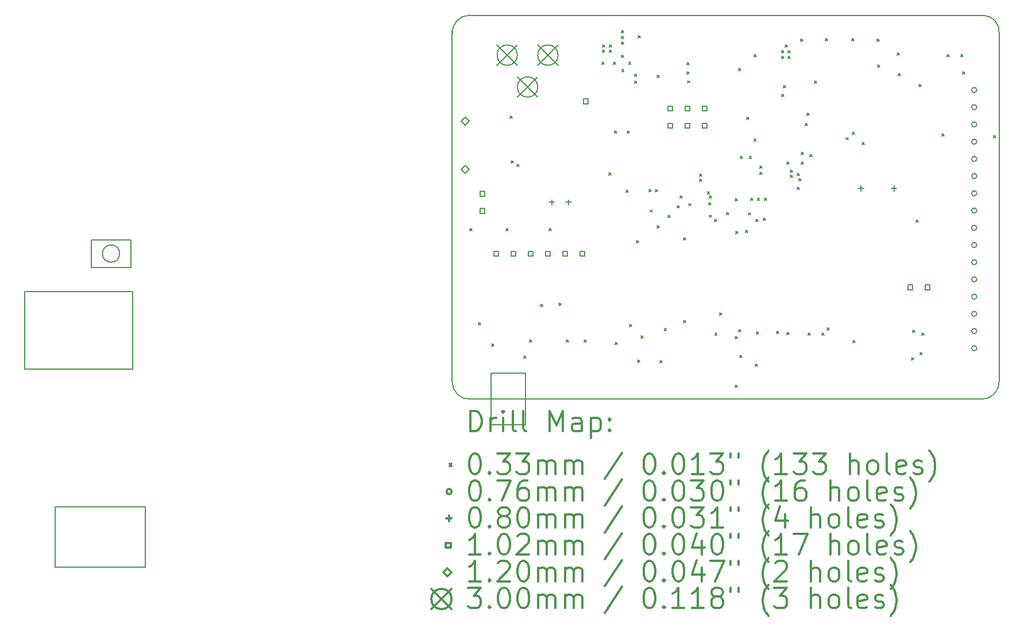
<source format=gbr>
G04 This is an RS-274x file exported by *
G04 gerbv version 2.6.0 *
G04 More information is available about gerbv at *
G04 http://gerbv.gpleda.org/ *
G04 --End of header info--*
%MOIN*%
%FSLAX34Y34*%
%IPPOS*%
G04 --Define apertures--*
%ADD10C,0.0050*%
%ADD11C,0.0060*%
%ADD12C,0.0079*%
%ADD13C,0.0118*%
%ADD14C,0.0138*%
%ADD15C,0.0059*%
G04 --Start main section--*
G54D11*
G01X0067008Y-016456D02*
G75*
G03X0066004Y-017524I0000000J-001006D01*
G01X0097750Y-017500D02*
G01X0097750Y-037750D01*
G01X0096750Y-038752D02*
G75*
G03X0097750Y-037695I0000000J0001002D01*
G01X0067057Y-038750D02*
G01X0096807Y-038750D01*
G01X0066000Y-037750D02*
G75*
G03X0067057Y-038750I0001002J0000000D01*
G01X0097745Y-017500D02*
G75*
G03X0096805Y-016461I-000940J0000094D01*
G01X0066000Y-037750D02*
G01X0066000Y-017350D01*
G01X0067008Y-016461D02*
G01X0096850Y-016461D01*
G54D12*
G01X0067035Y-028835D02*
G01X0067165Y-028965D01*
G01X0067165Y-028835D02*
G01X0067035Y-028965D01*
G01X0067509Y-034300D02*
G01X0067639Y-034430D01*
G01X0067639Y-034300D02*
G01X0067509Y-034430D01*
G01X0068299Y-035550D02*
G01X0068429Y-035680D01*
G01X0068429Y-035550D02*
G01X0068299Y-035680D01*
G01X0069135Y-028835D02*
G01X0069265Y-028965D01*
G01X0069265Y-028835D02*
G01X0069135Y-028965D01*
G01X0069371Y-022314D02*
G01X0069501Y-022444D01*
G01X0069501Y-022314D02*
G01X0069371Y-022444D01*
G01X0069410Y-024913D02*
G01X0069540Y-025043D01*
G01X0069540Y-024913D02*
G01X0069410Y-025043D01*
G01X0069765Y-025109D02*
G01X0069895Y-025239D01*
G01X0069895Y-025109D02*
G01X0069765Y-025239D01*
G01X0070170Y-036231D02*
G01X0070300Y-036361D01*
G01X0070300Y-036231D02*
G01X0070170Y-036361D01*
G01X0070475Y-035315D02*
G01X0070605Y-035445D01*
G01X0070605Y-035315D02*
G01X0070475Y-035445D01*
G01X0071125Y-033250D02*
G01X0071255Y-033380D01*
G01X0071255Y-033250D02*
G01X0071125Y-033380D01*
G01X0071635Y-028835D02*
G01X0071765Y-028965D01*
G01X0071765Y-028835D02*
G01X0071635Y-028965D01*
G01X0072203Y-033170D02*
G01X0072333Y-033300D01*
G01X0072333Y-033170D02*
G01X0072203Y-033300D01*
G01X0072634Y-035305D02*
G01X0072764Y-035435D01*
G01X0072764Y-035305D02*
G01X0072634Y-035435D01*
G01X0073659Y-035315D02*
G01X0073789Y-035445D01*
G01X0073789Y-035315D02*
G01X0073659Y-035445D01*
G01X0074677Y-019187D02*
G01X0074807Y-019317D01*
G01X0074807Y-019187D02*
G01X0074677Y-019317D01*
G01X0074738Y-018167D02*
G01X0074868Y-018297D01*
G01X0074868Y-018167D02*
G01X0074738Y-018297D01*
G01X0074738Y-018463D02*
G01X0074868Y-018593D01*
G01X0074868Y-018463D02*
G01X0074738Y-018593D01*
G01X0075095Y-025615D02*
G01X0075225Y-025745D01*
G01X0075225Y-025615D02*
G01X0075095Y-025745D01*
G01X0075112Y-018463D02*
G01X0075242Y-018593D01*
G01X0075242Y-018463D02*
G01X0075112Y-018593D01*
G01X0075118Y-018167D02*
G01X0075248Y-018297D01*
G01X0075248Y-018167D02*
G01X0075118Y-018297D01*
G01X0075362Y-019189D02*
G01X0075492Y-019319D01*
G01X0075492Y-019189D02*
G01X0075362Y-019319D01*
G01X0075421Y-023183D02*
G01X0075551Y-023313D01*
G01X0075551Y-023183D02*
G01X0075421Y-023313D01*
G01X0075445Y-035450D02*
G01X0075575Y-035580D01*
G01X0075575Y-035450D02*
G01X0075445Y-035580D01*
G01X0075812Y-017342D02*
G01X0075942Y-017472D01*
G01X0075942Y-017342D02*
G01X0075812Y-017472D01*
G01X0075825Y-017689D02*
G01X0075955Y-017819D01*
G01X0075955Y-017689D02*
G01X0075825Y-017819D01*
G01X0075825Y-018003D02*
G01X0075955Y-018133D01*
G01X0075955Y-018003D02*
G01X0075825Y-018133D01*
G01X0075827Y-018778D02*
G01X0075957Y-018908D01*
G01X0075957Y-018778D02*
G01X0075827Y-018908D01*
G01X0075839Y-019602D02*
G01X0075969Y-019732D01*
G01X0075969Y-019602D02*
G01X0075839Y-019732D01*
G01X0076075Y-026595D02*
G01X0076205Y-026725D01*
G01X0076205Y-026595D02*
G01X0076075Y-026725D01*
G01X0076149Y-023183D02*
G01X0076279Y-023313D01*
G01X0076279Y-023183D02*
G01X0076149Y-023313D01*
G01X0076240Y-019184D02*
G01X0076370Y-019314D01*
G01X0076370Y-019184D02*
G01X0076240Y-019314D01*
G01X0076295Y-034400D02*
G01X0076425Y-034530D01*
G01X0076425Y-034400D02*
G01X0076295Y-034530D01*
G01X0076582Y-020282D02*
G01X0076712Y-020412D01*
G01X0076712Y-020282D02*
G01X0076582Y-020412D01*
G01X0076591Y-019876D02*
G01X0076721Y-020006D01*
G01X0076721Y-019876D02*
G01X0076591Y-020006D01*
G01X0076685Y-029535D02*
G01X0076815Y-029665D01*
G01X0076815Y-029535D02*
G01X0076685Y-029665D01*
G01X0076765Y-036475D02*
G01X0076895Y-036605D01*
G01X0076895Y-036475D02*
G01X0076765Y-036605D01*
G01X0076785Y-017635D02*
G01X0076915Y-017765D01*
G01X0076915Y-017635D02*
G01X0076785Y-017765D01*
G01X0076965Y-035085D02*
G01X0077095Y-035215D01*
G01X0077095Y-035085D02*
G01X0076965Y-035215D01*
G01X0077427Y-026584D02*
G01X0077557Y-026714D01*
G01X0077557Y-026584D02*
G01X0077427Y-026714D01*
G01X0077481Y-027761D02*
G01X0077611Y-027891D01*
G01X0077611Y-027761D02*
G01X0077481Y-027891D01*
G01X0077797Y-026584D02*
G01X0077927Y-026714D01*
G01X0077927Y-026584D02*
G01X0077797Y-026714D01*
G01X0077885Y-028685D02*
G01X0078015Y-028815D01*
G01X0078015Y-028685D02*
G01X0077885Y-028815D01*
G01X0077898Y-019935D02*
G01X0078028Y-020065D01*
G01X0078028Y-019935D02*
G01X0077898Y-020065D01*
G01X0078050Y-036523D02*
G01X0078180Y-036653D01*
G01X0078180Y-036523D02*
G01X0078050Y-036653D01*
G01X0078305Y-034645D02*
G01X0078435Y-034775D01*
G01X0078435Y-034645D02*
G01X0078305Y-034775D01*
G01X0078529Y-028076D02*
G01X0078659Y-028206D01*
G01X0078659Y-028076D02*
G01X0078529Y-028206D01*
G01X0079045Y-027499D02*
G01X0079175Y-027629D01*
G01X0079175Y-027499D02*
G01X0079045Y-027629D01*
G01X0079235Y-026935D02*
G01X0079365Y-027065D01*
G01X0079365Y-026935D02*
G01X0079235Y-027065D01*
G01X0079435Y-029385D02*
G01X0079565Y-029515D01*
G01X0079565Y-029385D02*
G01X0079435Y-029515D01*
G01X0079435Y-034170D02*
G01X0079565Y-034300D01*
G01X0079565Y-034170D02*
G01X0079435Y-034300D01*
G01X0079628Y-019224D02*
G01X0079758Y-019354D01*
G01X0079758Y-019224D02*
G01X0079628Y-019354D01*
G01X0079628Y-019734D02*
G01X0079758Y-019864D01*
G01X0079758Y-019734D02*
G01X0079628Y-019864D01*
G01X0079645Y-020260D02*
G01X0079775Y-020390D01*
G01X0079775Y-020260D02*
G01X0079645Y-020390D01*
G01X0079737Y-027393D02*
G01X0079867Y-027523D01*
G01X0079867Y-027393D02*
G01X0079737Y-027523D01*
G01X0080345Y-025690D02*
G01X0080475Y-025820D01*
G01X0080475Y-025690D02*
G01X0080345Y-025820D01*
G01X0080345Y-025973D02*
G01X0080475Y-026103D01*
G01X0080475Y-025973D02*
G01X0080345Y-026103D01*
G01X0080808Y-026708D02*
G01X0080938Y-026838D01*
G01X0080938Y-026708D02*
G01X0080808Y-026838D01*
G01X0080900Y-027345D02*
G01X0081030Y-027475D01*
G01X0081030Y-027345D02*
G01X0080900Y-027475D01*
G01X0080910Y-028060D02*
G01X0081040Y-028190D01*
G01X0081040Y-028060D02*
G01X0080910Y-028190D01*
G01X0080935Y-026957D02*
G01X0081065Y-027087D01*
G01X0081065Y-026957D02*
G01X0080935Y-027087D01*
G01X0081226Y-028317D02*
G01X0081356Y-028447D01*
G01X0081356Y-028317D02*
G01X0081226Y-028447D01*
G01X0081240Y-034900D02*
G01X0081370Y-035030D01*
G01X0081370Y-034900D02*
G01X0081240Y-035030D01*
G01X0081535Y-033735D02*
G01X0081665Y-033865D01*
G01X0081665Y-033735D02*
G01X0081535Y-033865D01*
G01X0081931Y-027911D02*
G01X0082061Y-028041D01*
G01X0082061Y-027911D02*
G01X0081931Y-028041D01*
G01X0082435Y-027110D02*
G01X0082565Y-027240D01*
G01X0082565Y-027110D02*
G01X0082435Y-027240D01*
G01X0082435Y-035120D02*
G01X0082565Y-035250D01*
G01X0082565Y-035120D02*
G01X0082435Y-035250D01*
G01X0082435Y-037935D02*
G01X0082565Y-038065D01*
G01X0082565Y-037935D02*
G01X0082435Y-038065D01*
G01X0082445Y-029001D02*
G01X0082575Y-029131D01*
G01X0082575Y-029001D02*
G01X0082445Y-029131D01*
G01X0082630Y-034700D02*
G01X0082760Y-034830D01*
G01X0082760Y-034700D02*
G01X0082630Y-034830D01*
G01X0082635Y-019535D02*
G01X0082765Y-019665D01*
G01X0082765Y-019535D02*
G01X0082635Y-019665D01*
G01X0082680Y-036210D02*
G01X0082810Y-036340D01*
G01X0082810Y-036210D02*
G01X0082680Y-036340D01*
G01X0082735Y-024635D02*
G01X0082865Y-024765D01*
G01X0082865Y-024635D02*
G01X0082735Y-024765D01*
G01X0083015Y-028941D02*
G01X0083145Y-029071D01*
G01X0083145Y-028941D02*
G01X0083015Y-029071D01*
G01X0083095Y-022390D02*
G01X0083225Y-022520D01*
G01X0083225Y-022390D02*
G01X0083095Y-022520D01*
G01X0083198Y-027927D02*
G01X0083328Y-028057D01*
G01X0083328Y-027927D02*
G01X0083198Y-028057D01*
G01X0083241Y-024635D02*
G01X0083371Y-024765D01*
G01X0083371Y-024635D02*
G01X0083241Y-024765D01*
G01X0083311Y-027076D02*
G01X0083441Y-027206D01*
G01X0083441Y-027076D02*
G01X0083311Y-027206D01*
G01X0083508Y-023650D02*
G01X0083638Y-023780D01*
G01X0083638Y-023650D02*
G01X0083508Y-023780D01*
G01X0083535Y-018746D02*
G01X0083665Y-018876D01*
G01X0083665Y-018746D02*
G01X0083535Y-018876D01*
G01X0083600Y-036705D02*
G01X0083730Y-036835D01*
G01X0083730Y-036705D02*
G01X0083600Y-036835D01*
G01X0083633Y-028317D02*
G01X0083763Y-028447D01*
G01X0083763Y-028317D02*
G01X0083633Y-028447D01*
G01X0083650Y-034830D02*
G01X0083780Y-034960D01*
G01X0083780Y-034830D02*
G01X0083650Y-034960D01*
G01X0083705Y-027076D02*
G01X0083835Y-027206D01*
G01X0083835Y-027076D02*
G01X0083705Y-027206D01*
G01X0083855Y-025210D02*
G01X0083985Y-025340D01*
G01X0083985Y-025210D02*
G01X0083855Y-025340D01*
G01X0083855Y-025580D02*
G01X0083985Y-025710D01*
G01X0083985Y-025580D02*
G01X0083855Y-025710D01*
G01X0084059Y-028257D02*
G01X0084189Y-028387D01*
G01X0084189Y-028257D02*
G01X0084059Y-028387D01*
G01X0084138Y-027076D02*
G01X0084268Y-027206D01*
G01X0084268Y-027076D02*
G01X0084138Y-027206D01*
G01X0084823Y-034820D02*
G01X0084953Y-034950D01*
G01X0084953Y-034820D02*
G01X0084823Y-034950D01*
G01X0085118Y-018500D02*
G01X0085248Y-018630D01*
G01X0085248Y-018500D02*
G01X0085118Y-018630D01*
G01X0085118Y-018840D02*
G01X0085248Y-018970D01*
G01X0085248Y-018840D02*
G01X0085118Y-018970D01*
G01X0085135Y-021035D02*
G01X0085265Y-021165D01*
G01X0085265Y-021035D02*
G01X0085135Y-021165D01*
G01X0085235Y-020535D02*
G01X0085365Y-020665D01*
G01X0085365Y-020535D02*
G01X0085235Y-020665D01*
G01X0085328Y-018170D02*
G01X0085458Y-018300D01*
G01X0085458Y-018170D02*
G01X0085328Y-018300D01*
G01X0085410Y-034890D02*
G01X0085540Y-035020D01*
G01X0085540Y-034890D02*
G01X0085410Y-035020D01*
G01X0085437Y-024981D02*
G01X0085567Y-025111D01*
G01X0085567Y-024981D02*
G01X0085437Y-025111D01*
G01X0085478Y-018510D02*
G01X0085608Y-018640D01*
G01X0085608Y-018510D02*
G01X0085478Y-018640D01*
G01X0085478Y-018850D02*
G01X0085608Y-018980D01*
G01X0085608Y-018850D02*
G01X0085478Y-018980D01*
G01X0085635Y-025435D02*
G01X0085765Y-025565D01*
G01X0085765Y-025435D02*
G01X0085635Y-025565D01*
G01X0085635Y-025735D02*
G01X0085765Y-025865D01*
G01X0085765Y-025735D02*
G01X0085635Y-025865D01*
G01X0086035Y-025635D02*
G01X0086165Y-025765D01*
G01X0086165Y-025635D02*
G01X0086035Y-025765D01*
G01X0086035Y-026435D02*
G01X0086165Y-026565D01*
G01X0086165Y-026435D02*
G01X0086035Y-026565D01*
G01X0086135Y-025935D02*
G01X0086265Y-026065D01*
G01X0086265Y-025935D02*
G01X0086135Y-026065D01*
G01X0086232Y-017830D02*
G01X0086362Y-017960D01*
G01X0086362Y-017830D02*
G01X0086232Y-017960D01*
G01X0086264Y-024991D02*
G01X0086394Y-025121D01*
G01X0086394Y-024991D02*
G01X0086264Y-025121D01*
G01X0086265Y-024411D02*
G01X0086395Y-024541D01*
G01X0086395Y-024411D02*
G01X0086265Y-024541D01*
G01X0086500Y-022745D02*
G01X0086630Y-022875D01*
G01X0086630Y-022745D02*
G01X0086500Y-022875D01*
G01X0086585Y-022135D02*
G01X0086715Y-022265D01*
G01X0086715Y-022135D02*
G01X0086585Y-022265D01*
G01X0086650Y-034910D02*
G01X0086780Y-035040D01*
G01X0086780Y-034910D02*
G01X0086650Y-035040D01*
G01X0086767Y-024535D02*
G01X0086897Y-024665D01*
G01X0086897Y-024535D02*
G01X0086767Y-024665D01*
G01X0087029Y-020290D02*
G01X0087159Y-020420D01*
G01X0087159Y-020290D02*
G01X0087029Y-020420D01*
G01X0087450Y-034910D02*
G01X0087580Y-035040D01*
G01X0087580Y-034910D02*
G01X0087450Y-035040D01*
G01X0087648Y-017819D02*
G01X0087778Y-017949D01*
G01X0087778Y-017819D02*
G01X0087648Y-017949D01*
G01X0087755Y-034600D02*
G01X0087885Y-034730D01*
G01X0087885Y-034600D02*
G01X0087755Y-034730D01*
G01X0088860Y-023560D02*
G01X0088990Y-023690D01*
G01X0088990Y-023560D02*
G01X0088860Y-023690D01*
G01X0089188Y-017819D02*
G01X0089318Y-017949D01*
G01X0089318Y-017819D02*
G01X0089188Y-017949D01*
G01X0089235Y-023235D02*
G01X0089365Y-023365D01*
G01X0089365Y-023235D02*
G01X0089235Y-023365D01*
G01X0089265Y-035350D02*
G01X0089395Y-035480D01*
G01X0089395Y-035350D02*
G01X0089265Y-035480D01*
G01X0089785Y-023835D02*
G01X0089915Y-023965D01*
G01X0089915Y-023835D02*
G01X0089785Y-023965D01*
G01X0090648Y-017830D02*
G01X0090778Y-017960D01*
G01X0090778Y-017830D02*
G01X0090648Y-017960D01*
G01X0090685Y-019335D02*
G01X0090815Y-019465D01*
G01X0090815Y-019335D02*
G01X0090685Y-019465D01*
G01X0091835Y-018635D02*
G01X0091965Y-018765D01*
G01X0091965Y-018635D02*
G01X0091835Y-018765D01*
G01X0091884Y-019835D02*
G01X0092014Y-019965D01*
G01X0092014Y-019835D02*
G01X0091884Y-019965D01*
G01X0092653Y-036339D02*
G01X0092783Y-036469D01*
G01X0092783Y-036339D02*
G01X0092653Y-036469D01*
G01X0092735Y-034735D02*
G01X0092865Y-034865D01*
G01X0092865Y-034735D02*
G01X0092735Y-034865D01*
G01X0092935Y-028335D02*
G01X0093065Y-028465D01*
G01X0093065Y-028335D02*
G01X0092935Y-028465D01*
G01X0093085Y-020485D02*
G01X0093215Y-020615D01*
G01X0093215Y-020485D02*
G01X0093085Y-020615D01*
G01X0093170Y-036050D02*
G01X0093300Y-036180D01*
G01X0093300Y-036050D02*
G01X0093170Y-036180D01*
G01X0093250Y-034910D02*
G01X0093380Y-035040D01*
G01X0093380Y-034910D02*
G01X0093250Y-035040D01*
G01X0094435Y-023335D02*
G01X0094565Y-023465D01*
G01X0094565Y-023335D02*
G01X0094435Y-023465D01*
G01X0094735Y-018735D02*
G01X0094865Y-018865D01*
G01X0094865Y-018735D02*
G01X0094735Y-018865D01*
G01X0095535Y-018735D02*
G01X0095665Y-018865D01*
G01X0095665Y-018735D02*
G01X0095535Y-018865D01*
G01X0095635Y-019735D02*
G01X0095765Y-019865D01*
G01X0095765Y-019735D02*
G01X0095635Y-019865D01*
G01X0097435Y-023435D02*
G01X0097565Y-023565D01*
G01X0097565Y-023435D02*
G01X0097435Y-023565D01*
G01X0096450Y-020800D02*
G75*
G03X0096450Y-020800I-000150J0000000D01*
G01X0096450Y-021800D02*
G75*
G03X0096450Y-021800I-000150J0000000D01*
G01X0096450Y-022800D02*
G75*
G03X0096450Y-022800I-000150J0000000D01*
G01X0096450Y-023800D02*
G75*
G03X0096450Y-023800I-000150J0000000D01*
G01X0096450Y-024800D02*
G75*
G03X0096450Y-024800I-000150J0000000D01*
G01X0096450Y-025800D02*
G75*
G03X0096450Y-025800I-000150J0000000D01*
G01X0096450Y-026800D02*
G75*
G03X0096450Y-026800I-000150J0000000D01*
G01X0096450Y-027800D02*
G75*
G03X0096450Y-027800I-000150J0000000D01*
G01X0096450Y-028800D02*
G75*
G03X0096450Y-028800I-000150J0000000D01*
G01X0096450Y-029800D02*
G75*
G03X0096450Y-029800I-000150J0000000D01*
G01X0096450Y-030800D02*
G75*
G03X0096450Y-030800I-000150J0000000D01*
G01X0096450Y-031800D02*
G75*
G03X0096450Y-031800I-000150J0000000D01*
G01X0096450Y-032800D02*
G75*
G03X0096450Y-032800I-000150J0000000D01*
G01X0096450Y-033800D02*
G75*
G03X0096450Y-033800I-000150J0000000D01*
G01X0096450Y-034800D02*
G75*
G03X0096450Y-034800I-000150J0000000D01*
G01X0096450Y-035800D02*
G75*
G03X0096450Y-035800I-000150J0000000D01*
G01X0071776Y-027165D02*
G01X0071776Y-027480D01*
G01X0071618Y-027323D02*
G01X0071933Y-027323D01*
G01X0072760Y-027165D02*
G01X0072760Y-027480D01*
G01X0072602Y-027323D02*
G01X0072917Y-027323D01*
G01X0089721Y-026354D02*
G01X0089721Y-026669D01*
G01X0089564Y-026512D02*
G01X0089879Y-026512D01*
G01X0091642Y-026354D02*
G01X0091642Y-026669D01*
G01X0091485Y-026512D02*
G01X0091800Y-026512D01*
G01X0067901Y-026964D02*
G01X0067901Y-026681D01*
G01X0067901Y-026681D02*
G01X0067618Y-026681D01*
G01X0067618Y-026681D02*
G01X0067618Y-026964D01*
G01X0067618Y-026964D02*
G01X0067901Y-026964D01*
G01X0067901Y-027964D02*
G01X0067901Y-027681D01*
G01X0067901Y-027681D02*
G01X0067618Y-027681D01*
G01X0067618Y-027681D02*
G01X0067618Y-027964D01*
G01X0067618Y-027964D02*
G01X0067901Y-027964D01*
G01X0068700Y-030456D02*
G01X0068700Y-030173D01*
G01X0068700Y-030173D02*
G01X0068418Y-030173D01*
G01X0068418Y-030173D02*
G01X0068418Y-030456D01*
G01X0068418Y-030456D02*
G01X0068700Y-030456D01*
G01X0069700Y-030456D02*
G01X0069700Y-030173D01*
G01X0069700Y-030173D02*
G01X0069418Y-030173D01*
G01X0069418Y-030173D02*
G01X0069418Y-030456D01*
G01X0069418Y-030456D02*
G01X0069700Y-030456D01*
G01X0070700Y-030456D02*
G01X0070700Y-030173D01*
G01X0070700Y-030173D02*
G01X0070418Y-030173D01*
G01X0070418Y-030173D02*
G01X0070418Y-030456D01*
G01X0070418Y-030456D02*
G01X0070700Y-030456D01*
G01X0071700Y-030456D02*
G01X0071700Y-030173D01*
G01X0071700Y-030173D02*
G01X0071418Y-030173D01*
G01X0071418Y-030173D02*
G01X0071418Y-030456D01*
G01X0071418Y-030456D02*
G01X0071700Y-030456D01*
G01X0072700Y-030456D02*
G01X0072700Y-030173D01*
G01X0072700Y-030173D02*
G01X0072418Y-030173D01*
G01X0072418Y-030173D02*
G01X0072418Y-030456D01*
G01X0072418Y-030456D02*
G01X0072700Y-030456D01*
G01X0073700Y-030456D02*
G01X0073700Y-030173D01*
G01X0073700Y-030173D02*
G01X0073418Y-030173D01*
G01X0073418Y-030173D02*
G01X0073418Y-030456D01*
G01X0073418Y-030456D02*
G01X0073700Y-030456D01*
G01X0073904Y-021604D02*
G01X0073904Y-021322D01*
G01X0073904Y-021322D02*
G01X0073622Y-021322D01*
G01X0073622Y-021322D02*
G01X0073622Y-021604D01*
G01X0073622Y-021604D02*
G01X0073904Y-021604D01*
G01X0078801Y-022021D02*
G01X0078801Y-021739D01*
G01X0078801Y-021739D02*
G01X0078519Y-021739D01*
G01X0078519Y-021739D02*
G01X0078519Y-022021D01*
G01X0078519Y-022021D02*
G01X0078801Y-022021D01*
G01X0078801Y-023021D02*
G01X0078801Y-022739D01*
G01X0078801Y-022739D02*
G01X0078519Y-022739D01*
G01X0078519Y-022739D02*
G01X0078519Y-023021D01*
G01X0078519Y-023021D02*
G01X0078801Y-023021D01*
G01X0079801Y-022021D02*
G01X0079801Y-021739D01*
G01X0079801Y-021739D02*
G01X0079519Y-021739D01*
G01X0079519Y-021739D02*
G01X0079519Y-022021D01*
G01X0079519Y-022021D02*
G01X0079801Y-022021D01*
G01X0079801Y-023021D02*
G01X0079801Y-022739D01*
G01X0079801Y-022739D02*
G01X0079519Y-022739D01*
G01X0079519Y-022739D02*
G01X0079519Y-023021D01*
G01X0079519Y-023021D02*
G01X0079801Y-023021D01*
G01X0080801Y-022021D02*
G01X0080801Y-021739D01*
G01X0080801Y-021739D02*
G01X0080519Y-021739D01*
G01X0080519Y-021739D02*
G01X0080519Y-022021D01*
G01X0080519Y-022021D02*
G01X0080801Y-022021D01*
G01X0080801Y-023021D02*
G01X0080801Y-022739D01*
G01X0080801Y-022739D02*
G01X0080519Y-022739D01*
G01X0080519Y-022739D02*
G01X0080519Y-023021D01*
G01X0080519Y-023021D02*
G01X0080801Y-023021D01*
G01X0092736Y-032407D02*
G01X0092736Y-032124D01*
G01X0092736Y-032124D02*
G01X0092453Y-032124D01*
G01X0092453Y-032124D02*
G01X0092453Y-032407D01*
G01X0092453Y-032407D02*
G01X0092736Y-032407D01*
G01X0093736Y-032407D02*
G01X0093736Y-032124D01*
G01X0093736Y-032124D02*
G01X0093453Y-032124D01*
G01X0093453Y-032124D02*
G01X0093453Y-032407D01*
G01X0093453Y-032407D02*
G01X0093736Y-032407D01*
G01X0066760Y-022837D02*
G01X0066996Y-022601D01*
G01X0066996Y-022601D02*
G01X0066760Y-022365D01*
G01X0066760Y-022365D02*
G01X0066524Y-022601D01*
G01X0066524Y-022601D02*
G01X0066760Y-022837D01*
G01X0066760Y-025632D02*
G01X0066996Y-025396D01*
G01X0066996Y-025396D02*
G01X0066760Y-025160D01*
G01X0066760Y-025160D02*
G01X0066524Y-025396D01*
G01X0066524Y-025396D02*
G01X0066760Y-025632D01*
G01X0068604Y-018184D02*
G01X0069785Y-019365D01*
G01X0069785Y-018184D02*
G01X0068604Y-019365D01*
G01X0069785Y-018775D02*
G75*
G03X0069785Y-018775I-000591J0000000D01*
G01X0069785Y-020034D02*
G01X0070966Y-021215D01*
G01X0070966Y-020034D02*
G01X0069785Y-021215D01*
G01X0070966Y-020625D02*
G75*
G03X0070966Y-020625I-000591J0000000D01*
G01X0070966Y-018184D02*
G01X0072147Y-019365D01*
G01X0072147Y-018184D02*
G01X0070966Y-019365D01*
G01X0072147Y-018775D02*
G75*
G03X0072147Y-018775I-000591J0000000D01*
G54D13*
G01X0067039Y-040615D02*
G01X0067039Y-039434D01*
G01X0067039Y-039434D02*
G01X0067320Y-039434D01*
G01X0067320Y-039434D02*
G01X0067489Y-039490D01*
G01X0067489Y-039490D02*
G01X0067601Y-039603D01*
G01X0067601Y-039603D02*
G01X0067657Y-039715D01*
G01X0067657Y-039715D02*
G01X0067714Y-039940D01*
G01X0067714Y-039940D02*
G01X0067714Y-040109D01*
G01X0067714Y-040109D02*
G01X0067657Y-040334D01*
G01X0067657Y-040334D02*
G01X0067601Y-040446D01*
G01X0067601Y-040446D02*
G01X0067489Y-040559D01*
G01X0067489Y-040559D02*
G01X0067320Y-040615D01*
G01X0067320Y-040615D02*
G01X0067039Y-040615D01*
G01X0068220Y-040615D02*
G01X0068220Y-039828D01*
G01X0068220Y-040053D02*
G01X0068276Y-039940D01*
G01X0068276Y-039940D02*
G01X0068332Y-039884D01*
G01X0068332Y-039884D02*
G01X0068445Y-039828D01*
G01X0068445Y-039828D02*
G01X0068557Y-039828D01*
G01X0068951Y-040615D02*
G01X0068951Y-039828D01*
G01X0068951Y-039434D02*
G01X0068895Y-039490D01*
G01X0068895Y-039490D02*
G01X0068951Y-039546D01*
G01X0068951Y-039546D02*
G01X0069007Y-039490D01*
G01X0069007Y-039490D02*
G01X0068951Y-039434D01*
G01X0068951Y-039434D02*
G01X0068951Y-039546D01*
G01X0069682Y-040615D02*
G01X0069570Y-040559D01*
G01X0069570Y-040559D02*
G01X0069513Y-040446D01*
G01X0069513Y-040446D02*
G01X0069513Y-039434D01*
G01X0070301Y-040615D02*
G01X0070188Y-040559D01*
G01X0070188Y-040559D02*
G01X0070132Y-040446D01*
G01X0070132Y-040446D02*
G01X0070132Y-039434D01*
G01X0071651Y-040615D02*
G01X0071651Y-039434D01*
G01X0071651Y-039434D02*
G01X0072044Y-040278D01*
G01X0072044Y-040278D02*
G01X0072438Y-039434D01*
G01X0072438Y-039434D02*
G01X0072438Y-040615D01*
G01X0073507Y-040615D02*
G01X0073507Y-039996D01*
G01X0073507Y-039996D02*
G01X0073450Y-039884D01*
G01X0073450Y-039884D02*
G01X0073338Y-039828D01*
G01X0073338Y-039828D02*
G01X0073113Y-039828D01*
G01X0073113Y-039828D02*
G01X0073000Y-039884D01*
G01X0073507Y-040559D02*
G01X0073394Y-040615D01*
G01X0073394Y-040615D02*
G01X0073113Y-040615D01*
G01X0073113Y-040615D02*
G01X0073000Y-040559D01*
G01X0073000Y-040559D02*
G01X0072944Y-040446D01*
G01X0072944Y-040446D02*
G01X0072944Y-040334D01*
G01X0072944Y-040334D02*
G01X0073000Y-040221D01*
G01X0073000Y-040221D02*
G01X0073113Y-040165D01*
G01X0073113Y-040165D02*
G01X0073394Y-040165D01*
G01X0073394Y-040165D02*
G01X0073507Y-040109D01*
G01X0074069Y-039828D02*
G01X0074069Y-041009D01*
G01X0074069Y-039884D02*
G01X0074181Y-039828D01*
G01X0074181Y-039828D02*
G01X0074406Y-039828D01*
G01X0074406Y-039828D02*
G01X0074519Y-039884D01*
G01X0074519Y-039884D02*
G01X0074575Y-039940D01*
G01X0074575Y-039940D02*
G01X0074631Y-040053D01*
G01X0074631Y-040053D02*
G01X0074631Y-040390D01*
G01X0074631Y-040390D02*
G01X0074575Y-040503D01*
G01X0074575Y-040503D02*
G01X0074519Y-040559D01*
G01X0074519Y-040559D02*
G01X0074406Y-040615D01*
G01X0074406Y-040615D02*
G01X0074181Y-040615D01*
G01X0074181Y-040615D02*
G01X0074069Y-040559D01*
G01X0075138Y-040503D02*
G01X0075194Y-040559D01*
G01X0075194Y-040559D02*
G01X0075138Y-040615D01*
G01X0075138Y-040615D02*
G01X0075081Y-040559D01*
G01X0075081Y-040559D02*
G01X0075138Y-040503D01*
G01X0075138Y-040503D02*
G01X0075138Y-040615D01*
G01X0075138Y-039884D02*
G01X0075194Y-039940D01*
G01X0075194Y-039940D02*
G01X0075138Y-039996D01*
G01X0075138Y-039996D02*
G01X0075081Y-039940D01*
G01X0075081Y-039940D02*
G01X0075138Y-039884D01*
G01X0075138Y-039884D02*
G01X0075138Y-039996D01*
G01X0065840Y-042496D02*
G01X0065970Y-042626D01*
G01X0065970Y-042496D02*
G01X0065840Y-042626D01*
G01X0067264Y-041914D02*
G01X0067376Y-041914D01*
G01X0067376Y-041914D02*
G01X0067489Y-041970D01*
G01X0067489Y-041970D02*
G01X0067545Y-042027D01*
G01X0067545Y-042027D02*
G01X0067601Y-042139D01*
G01X0067601Y-042139D02*
G01X0067657Y-042364D01*
G01X0067657Y-042364D02*
G01X0067657Y-042645D01*
G01X0067657Y-042645D02*
G01X0067601Y-042870D01*
G01X0067601Y-042870D02*
G01X0067545Y-042983D01*
G01X0067545Y-042983D02*
G01X0067489Y-043039D01*
G01X0067489Y-043039D02*
G01X0067376Y-043095D01*
G01X0067376Y-043095D02*
G01X0067264Y-043095D01*
G01X0067264Y-043095D02*
G01X0067151Y-043039D01*
G01X0067151Y-043039D02*
G01X0067095Y-042983D01*
G01X0067095Y-042983D02*
G01X0067039Y-042870D01*
G01X0067039Y-042870D02*
G01X0066982Y-042645D01*
G01X0066982Y-042645D02*
G01X0066982Y-042364D01*
G01X0066982Y-042364D02*
G01X0067039Y-042139D01*
G01X0067039Y-042139D02*
G01X0067095Y-042027D01*
G01X0067095Y-042027D02*
G01X0067151Y-041970D01*
G01X0067151Y-041970D02*
G01X0067264Y-041914D01*
G01X0068163Y-042983D02*
G01X0068220Y-043039D01*
G01X0068220Y-043039D02*
G01X0068163Y-043095D01*
G01X0068163Y-043095D02*
G01X0068107Y-043039D01*
G01X0068107Y-043039D02*
G01X0068163Y-042983D01*
G01X0068163Y-042983D02*
G01X0068163Y-043095D01*
G01X0068613Y-041914D02*
G01X0069345Y-041914D01*
G01X0069345Y-041914D02*
G01X0068951Y-042364D01*
G01X0068951Y-042364D02*
G01X0069120Y-042364D01*
G01X0069120Y-042364D02*
G01X0069232Y-042420D01*
G01X0069232Y-042420D02*
G01X0069288Y-042477D01*
G01X0069288Y-042477D02*
G01X0069345Y-042589D01*
G01X0069345Y-042589D02*
G01X0069345Y-042870D01*
G01X0069345Y-042870D02*
G01X0069288Y-042983D01*
G01X0069288Y-042983D02*
G01X0069232Y-043039D01*
G01X0069232Y-043039D02*
G01X0069120Y-043095D01*
G01X0069120Y-043095D02*
G01X0068782Y-043095D01*
G01X0068782Y-043095D02*
G01X0068670Y-043039D01*
G01X0068670Y-043039D02*
G01X0068613Y-042983D01*
G01X0069738Y-041914D02*
G01X0070469Y-041914D01*
G01X0070469Y-041914D02*
G01X0070076Y-042364D01*
G01X0070076Y-042364D02*
G01X0070244Y-042364D01*
G01X0070244Y-042364D02*
G01X0070357Y-042420D01*
G01X0070357Y-042420D02*
G01X0070413Y-042477D01*
G01X0070413Y-042477D02*
G01X0070469Y-042589D01*
G01X0070469Y-042589D02*
G01X0070469Y-042870D01*
G01X0070469Y-042870D02*
G01X0070413Y-042983D01*
G01X0070413Y-042983D02*
G01X0070357Y-043039D01*
G01X0070357Y-043039D02*
G01X0070244Y-043095D01*
G01X0070244Y-043095D02*
G01X0069907Y-043095D01*
G01X0069907Y-043095D02*
G01X0069795Y-043039D01*
G01X0069795Y-043039D02*
G01X0069738Y-042983D01*
G01X0070976Y-043095D02*
G01X0070976Y-042308D01*
G01X0070976Y-042420D02*
G01X0071032Y-042364D01*
G01X0071032Y-042364D02*
G01X0071144Y-042308D01*
G01X0071144Y-042308D02*
G01X0071313Y-042308D01*
G01X0071313Y-042308D02*
G01X0071426Y-042364D01*
G01X0071426Y-042364D02*
G01X0071482Y-042477D01*
G01X0071482Y-042477D02*
G01X0071482Y-043095D01*
G01X0071482Y-042477D02*
G01X0071538Y-042364D01*
G01X0071538Y-042364D02*
G01X0071651Y-042308D01*
G01X0071651Y-042308D02*
G01X0071819Y-042308D01*
G01X0071819Y-042308D02*
G01X0071932Y-042364D01*
G01X0071932Y-042364D02*
G01X0071988Y-042477D01*
G01X0071988Y-042477D02*
G01X0071988Y-043095D01*
G01X0072550Y-043095D02*
G01X0072550Y-042308D01*
G01X0072550Y-042420D02*
G01X0072607Y-042364D01*
G01X0072607Y-042364D02*
G01X0072719Y-042308D01*
G01X0072719Y-042308D02*
G01X0072888Y-042308D01*
G01X0072888Y-042308D02*
G01X0073000Y-042364D01*
G01X0073000Y-042364D02*
G01X0073057Y-042477D01*
G01X0073057Y-042477D02*
G01X0073057Y-043095D01*
G01X0073057Y-042477D02*
G01X0073113Y-042364D01*
G01X0073113Y-042364D02*
G01X0073225Y-042308D01*
G01X0073225Y-042308D02*
G01X0073394Y-042308D01*
G01X0073394Y-042308D02*
G01X0073507Y-042364D01*
G01X0073507Y-042364D02*
G01X0073563Y-042477D01*
G01X0073563Y-042477D02*
G01X0073563Y-043095D01*
G01X0075869Y-041858D02*
G01X0074856Y-043377D01*
G01X0077387Y-041914D02*
G01X0077500Y-041914D01*
G01X0077500Y-041914D02*
G01X0077612Y-041970D01*
G01X0077612Y-041970D02*
G01X0077669Y-042027D01*
G01X0077669Y-042027D02*
G01X0077725Y-042139D01*
G01X0077725Y-042139D02*
G01X0077781Y-042364D01*
G01X0077781Y-042364D02*
G01X0077781Y-042645D01*
G01X0077781Y-042645D02*
G01X0077725Y-042870D01*
G01X0077725Y-042870D02*
G01X0077669Y-042983D01*
G01X0077669Y-042983D02*
G01X0077612Y-043039D01*
G01X0077612Y-043039D02*
G01X0077500Y-043095D01*
G01X0077500Y-043095D02*
G01X0077387Y-043095D01*
G01X0077387Y-043095D02*
G01X0077275Y-043039D01*
G01X0077275Y-043039D02*
G01X0077219Y-042983D01*
G01X0077219Y-042983D02*
G01X0077162Y-042870D01*
G01X0077162Y-042870D02*
G01X0077106Y-042645D01*
G01X0077106Y-042645D02*
G01X0077106Y-042364D01*
G01X0077106Y-042364D02*
G01X0077162Y-042139D01*
G01X0077162Y-042139D02*
G01X0077219Y-042027D01*
G01X0077219Y-042027D02*
G01X0077275Y-041970D01*
G01X0077275Y-041970D02*
G01X0077387Y-041914D01*
G01X0078287Y-042983D02*
G01X0078343Y-043039D01*
G01X0078343Y-043039D02*
G01X0078287Y-043095D01*
G01X0078287Y-043095D02*
G01X0078231Y-043039D01*
G01X0078231Y-043039D02*
G01X0078287Y-042983D01*
G01X0078287Y-042983D02*
G01X0078287Y-043095D01*
G01X0079075Y-041914D02*
G01X0079187Y-041914D01*
G01X0079187Y-041914D02*
G01X0079300Y-041970D01*
G01X0079300Y-041970D02*
G01X0079356Y-042027D01*
G01X0079356Y-042027D02*
G01X0079412Y-042139D01*
G01X0079412Y-042139D02*
G01X0079468Y-042364D01*
G01X0079468Y-042364D02*
G01X0079468Y-042645D01*
G01X0079468Y-042645D02*
G01X0079412Y-042870D01*
G01X0079412Y-042870D02*
G01X0079356Y-042983D01*
G01X0079356Y-042983D02*
G01X0079300Y-043039D01*
G01X0079300Y-043039D02*
G01X0079187Y-043095D01*
G01X0079187Y-043095D02*
G01X0079075Y-043095D01*
G01X0079075Y-043095D02*
G01X0078962Y-043039D01*
G01X0078962Y-043039D02*
G01X0078906Y-042983D01*
G01X0078906Y-042983D02*
G01X0078850Y-042870D01*
G01X0078850Y-042870D02*
G01X0078793Y-042645D01*
G01X0078793Y-042645D02*
G01X0078793Y-042364D01*
G01X0078793Y-042364D02*
G01X0078850Y-042139D01*
G01X0078850Y-042139D02*
G01X0078906Y-042027D01*
G01X0078906Y-042027D02*
G01X0078962Y-041970D01*
G01X0078962Y-041970D02*
G01X0079075Y-041914D01*
G01X0080593Y-043095D02*
G01X0079918Y-043095D01*
G01X0080256Y-043095D02*
G01X0080256Y-041914D01*
G01X0080256Y-041914D02*
G01X0080143Y-042083D01*
G01X0080143Y-042083D02*
G01X0080031Y-042195D01*
G01X0080031Y-042195D02*
G01X0079918Y-042252D01*
G01X0080987Y-041914D02*
G01X0081718Y-041914D01*
G01X0081718Y-041914D02*
G01X0081324Y-042364D01*
G01X0081324Y-042364D02*
G01X0081493Y-042364D01*
G01X0081493Y-042364D02*
G01X0081606Y-042420D01*
G01X0081606Y-042420D02*
G01X0081662Y-042477D01*
G01X0081662Y-042477D02*
G01X0081718Y-042589D01*
G01X0081718Y-042589D02*
G01X0081718Y-042870D01*
G01X0081718Y-042870D02*
G01X0081662Y-042983D01*
G01X0081662Y-042983D02*
G01X0081606Y-043039D01*
G01X0081606Y-043039D02*
G01X0081493Y-043095D01*
G01X0081493Y-043095D02*
G01X0081156Y-043095D01*
G01X0081156Y-043095D02*
G01X0081043Y-043039D01*
G01X0081043Y-043039D02*
G01X0080987Y-042983D01*
G01X0082168Y-041914D02*
G01X0082168Y-042139D01*
G01X0082618Y-041914D02*
G01X0082618Y-042139D01*
G01X0084361Y-043545D02*
G01X0084305Y-043489D01*
G01X0084305Y-043489D02*
G01X0084193Y-043320D01*
G01X0084193Y-043320D02*
G01X0084136Y-043208D01*
G01X0084136Y-043208D02*
G01X0084080Y-043039D01*
G01X0084080Y-043039D02*
G01X0084024Y-042758D01*
G01X0084024Y-042758D02*
G01X0084024Y-042533D01*
G01X0084024Y-042533D02*
G01X0084080Y-042252D01*
G01X0084080Y-042252D02*
G01X0084136Y-042083D01*
G01X0084136Y-042083D02*
G01X0084193Y-041970D01*
G01X0084193Y-041970D02*
G01X0084305Y-041802D01*
G01X0084305Y-041802D02*
G01X0084361Y-041746D01*
G01X0085430Y-043095D02*
G01X0084755Y-043095D01*
G01X0085093Y-043095D02*
G01X0085093Y-041914D01*
G01X0085093Y-041914D02*
G01X0084980Y-042083D01*
G01X0084980Y-042083D02*
G01X0084868Y-042195D01*
G01X0084868Y-042195D02*
G01X0084755Y-042252D01*
G01X0085824Y-041914D02*
G01X0086555Y-041914D01*
G01X0086555Y-041914D02*
G01X0086161Y-042364D01*
G01X0086161Y-042364D02*
G01X0086330Y-042364D01*
G01X0086330Y-042364D02*
G01X0086442Y-042420D01*
G01X0086442Y-042420D02*
G01X0086499Y-042477D01*
G01X0086499Y-042477D02*
G01X0086555Y-042589D01*
G01X0086555Y-042589D02*
G01X0086555Y-042870D01*
G01X0086555Y-042870D02*
G01X0086499Y-042983D01*
G01X0086499Y-042983D02*
G01X0086442Y-043039D01*
G01X0086442Y-043039D02*
G01X0086330Y-043095D01*
G01X0086330Y-043095D02*
G01X0085992Y-043095D01*
G01X0085992Y-043095D02*
G01X0085880Y-043039D01*
G01X0085880Y-043039D02*
G01X0085824Y-042983D01*
G01X0086949Y-041914D02*
G01X0087680Y-041914D01*
G01X0087680Y-041914D02*
G01X0087286Y-042364D01*
G01X0087286Y-042364D02*
G01X0087455Y-042364D01*
G01X0087455Y-042364D02*
G01X0087567Y-042420D01*
G01X0087567Y-042420D02*
G01X0087624Y-042477D01*
G01X0087624Y-042477D02*
G01X0087680Y-042589D01*
G01X0087680Y-042589D02*
G01X0087680Y-042870D01*
G01X0087680Y-042870D02*
G01X0087624Y-042983D01*
G01X0087624Y-042983D02*
G01X0087567Y-043039D01*
G01X0087567Y-043039D02*
G01X0087455Y-043095D01*
G01X0087455Y-043095D02*
G01X0087117Y-043095D01*
G01X0087117Y-043095D02*
G01X0087005Y-043039D01*
G01X0087005Y-043039D02*
G01X0086949Y-042983D01*
G01X0089086Y-043095D02*
G01X0089086Y-041914D01*
G01X0089592Y-043095D02*
G01X0089592Y-042477D01*
G01X0089592Y-042477D02*
G01X0089536Y-042364D01*
G01X0089536Y-042364D02*
G01X0089423Y-042308D01*
G01X0089423Y-042308D02*
G01X0089255Y-042308D01*
G01X0089255Y-042308D02*
G01X0089142Y-042364D01*
G01X0089142Y-042364D02*
G01X0089086Y-042420D01*
G01X0090323Y-043095D02*
G01X0090211Y-043039D01*
G01X0090211Y-043039D02*
G01X0090154Y-042983D01*
G01X0090154Y-042983D02*
G01X0090098Y-042870D01*
G01X0090098Y-042870D02*
G01X0090098Y-042533D01*
G01X0090098Y-042533D02*
G01X0090154Y-042420D01*
G01X0090154Y-042420D02*
G01X0090211Y-042364D01*
G01X0090211Y-042364D02*
G01X0090323Y-042308D01*
G01X0090323Y-042308D02*
G01X0090492Y-042308D01*
G01X0090492Y-042308D02*
G01X0090604Y-042364D01*
G01X0090604Y-042364D02*
G01X0090661Y-042420D01*
G01X0090661Y-042420D02*
G01X0090717Y-042533D01*
G01X0090717Y-042533D02*
G01X0090717Y-042870D01*
G01X0090717Y-042870D02*
G01X0090661Y-042983D01*
G01X0090661Y-042983D02*
G01X0090604Y-043039D01*
G01X0090604Y-043039D02*
G01X0090492Y-043095D01*
G01X0090492Y-043095D02*
G01X0090323Y-043095D01*
G01X0091392Y-043095D02*
G01X0091279Y-043039D01*
G01X0091279Y-043039D02*
G01X0091223Y-042927D01*
G01X0091223Y-042927D02*
G01X0091223Y-041914D01*
G01X0092292Y-043039D02*
G01X0092179Y-043095D01*
G01X0092179Y-043095D02*
G01X0091954Y-043095D01*
G01X0091954Y-043095D02*
G01X0091842Y-043039D01*
G01X0091842Y-043039D02*
G01X0091786Y-042927D01*
G01X0091786Y-042927D02*
G01X0091786Y-042477D01*
G01X0091786Y-042477D02*
G01X0091842Y-042364D01*
G01X0091842Y-042364D02*
G01X0091954Y-042308D01*
G01X0091954Y-042308D02*
G01X0092179Y-042308D01*
G01X0092179Y-042308D02*
G01X0092292Y-042364D01*
G01X0092292Y-042364D02*
G01X0092348Y-042477D01*
G01X0092348Y-042477D02*
G01X0092348Y-042589D01*
G01X0092348Y-042589D02*
G01X0091786Y-042702D01*
G01X0092798Y-043039D02*
G01X0092910Y-043095D01*
G01X0092910Y-043095D02*
G01X0093135Y-043095D01*
G01X0093135Y-043095D02*
G01X0093248Y-043039D01*
G01X0093248Y-043039D02*
G01X0093304Y-042927D01*
G01X0093304Y-042927D02*
G01X0093304Y-042870D01*
G01X0093304Y-042870D02*
G01X0093248Y-042758D01*
G01X0093248Y-042758D02*
G01X0093135Y-042702D01*
G01X0093135Y-042702D02*
G01X0092967Y-042702D01*
G01X0092967Y-042702D02*
G01X0092854Y-042645D01*
G01X0092854Y-042645D02*
G01X0092798Y-042533D01*
G01X0092798Y-042533D02*
G01X0092798Y-042477D01*
G01X0092798Y-042477D02*
G01X0092854Y-042364D01*
G01X0092854Y-042364D02*
G01X0092967Y-042308D01*
G01X0092967Y-042308D02*
G01X0093135Y-042308D01*
G01X0093135Y-042308D02*
G01X0093248Y-042364D01*
G01X0093698Y-043545D02*
G01X0093754Y-043489D01*
G01X0093754Y-043489D02*
G01X0093867Y-043320D01*
G01X0093867Y-043320D02*
G01X0093923Y-043208D01*
G01X0093923Y-043208D02*
G01X0093979Y-043039D01*
G01X0093979Y-043039D02*
G01X0094035Y-042758D01*
G01X0094035Y-042758D02*
G01X0094035Y-042533D01*
G01X0094035Y-042533D02*
G01X0093979Y-042252D01*
G01X0093979Y-042252D02*
G01X0093923Y-042083D01*
G01X0093923Y-042083D02*
G01X0093867Y-041970D01*
G01X0093867Y-041970D02*
G01X0093754Y-041802D01*
G01X0093754Y-041802D02*
G01X0093698Y-041746D01*
G01X0065970Y-044120D02*
G75*
G03X0065970Y-044120I-000150J0000000D01*
G01X0067264Y-043473D02*
G01X0067376Y-043473D01*
G01X0067376Y-043473D02*
G01X0067489Y-043530D01*
G01X0067489Y-043530D02*
G01X0067545Y-043586D01*
G01X0067545Y-043586D02*
G01X0067601Y-043698D01*
G01X0067601Y-043698D02*
G01X0067657Y-043923D01*
G01X0067657Y-043923D02*
G01X0067657Y-044204D01*
G01X0067657Y-044204D02*
G01X0067601Y-044429D01*
G01X0067601Y-044429D02*
G01X0067545Y-044542D01*
G01X0067545Y-044542D02*
G01X0067489Y-044598D01*
G01X0067489Y-044598D02*
G01X0067376Y-044654D01*
G01X0067376Y-044654D02*
G01X0067264Y-044654D01*
G01X0067264Y-044654D02*
G01X0067151Y-044598D01*
G01X0067151Y-044598D02*
G01X0067095Y-044542D01*
G01X0067095Y-044542D02*
G01X0067039Y-044429D01*
G01X0067039Y-044429D02*
G01X0066982Y-044204D01*
G01X0066982Y-044204D02*
G01X0066982Y-043923D01*
G01X0066982Y-043923D02*
G01X0067039Y-043698D01*
G01X0067039Y-043698D02*
G01X0067095Y-043586D01*
G01X0067095Y-043586D02*
G01X0067151Y-043530D01*
G01X0067151Y-043530D02*
G01X0067264Y-043473D01*
G01X0068163Y-044542D02*
G01X0068220Y-044598D01*
G01X0068220Y-044598D02*
G01X0068163Y-044654D01*
G01X0068163Y-044654D02*
G01X0068107Y-044598D01*
G01X0068107Y-044598D02*
G01X0068163Y-044542D01*
G01X0068163Y-044542D02*
G01X0068163Y-044654D01*
G01X0068613Y-043473D02*
G01X0069401Y-043473D01*
G01X0069401Y-043473D02*
G01X0068895Y-044654D01*
G01X0070357Y-043473D02*
G01X0070132Y-043473D01*
G01X0070132Y-043473D02*
G01X0070019Y-043530D01*
G01X0070019Y-043530D02*
G01X0069963Y-043586D01*
G01X0069963Y-043586D02*
G01X0069851Y-043755D01*
G01X0069851Y-043755D02*
G01X0069795Y-043979D01*
G01X0069795Y-043979D02*
G01X0069795Y-044429D01*
G01X0069795Y-044429D02*
G01X0069851Y-044542D01*
G01X0069851Y-044542D02*
G01X0069907Y-044598D01*
G01X0069907Y-044598D02*
G01X0070019Y-044654D01*
G01X0070019Y-044654D02*
G01X0070244Y-044654D01*
G01X0070244Y-044654D02*
G01X0070357Y-044598D01*
G01X0070357Y-044598D02*
G01X0070413Y-044542D01*
G01X0070413Y-044542D02*
G01X0070469Y-044429D01*
G01X0070469Y-044429D02*
G01X0070469Y-044148D01*
G01X0070469Y-044148D02*
G01X0070413Y-044036D01*
G01X0070413Y-044036D02*
G01X0070357Y-043979D01*
G01X0070357Y-043979D02*
G01X0070244Y-043923D01*
G01X0070244Y-043923D02*
G01X0070019Y-043923D01*
G01X0070019Y-043923D02*
G01X0069907Y-043979D01*
G01X0069907Y-043979D02*
G01X0069851Y-044036D01*
G01X0069851Y-044036D02*
G01X0069795Y-044148D01*
G01X0070976Y-044654D02*
G01X0070976Y-043867D01*
G01X0070976Y-043979D02*
G01X0071032Y-043923D01*
G01X0071032Y-043923D02*
G01X0071144Y-043867D01*
G01X0071144Y-043867D02*
G01X0071313Y-043867D01*
G01X0071313Y-043867D02*
G01X0071426Y-043923D01*
G01X0071426Y-043923D02*
G01X0071482Y-044036D01*
G01X0071482Y-044036D02*
G01X0071482Y-044654D01*
G01X0071482Y-044036D02*
G01X0071538Y-043923D01*
G01X0071538Y-043923D02*
G01X0071651Y-043867D01*
G01X0071651Y-043867D02*
G01X0071819Y-043867D01*
G01X0071819Y-043867D02*
G01X0071932Y-043923D01*
G01X0071932Y-043923D02*
G01X0071988Y-044036D01*
G01X0071988Y-044036D02*
G01X0071988Y-044654D01*
G01X0072550Y-044654D02*
G01X0072550Y-043867D01*
G01X0072550Y-043979D02*
G01X0072607Y-043923D01*
G01X0072607Y-043923D02*
G01X0072719Y-043867D01*
G01X0072719Y-043867D02*
G01X0072888Y-043867D01*
G01X0072888Y-043867D02*
G01X0073000Y-043923D01*
G01X0073000Y-043923D02*
G01X0073057Y-044036D01*
G01X0073057Y-044036D02*
G01X0073057Y-044654D01*
G01X0073057Y-044036D02*
G01X0073113Y-043923D01*
G01X0073113Y-043923D02*
G01X0073225Y-043867D01*
G01X0073225Y-043867D02*
G01X0073394Y-043867D01*
G01X0073394Y-043867D02*
G01X0073507Y-043923D01*
G01X0073507Y-043923D02*
G01X0073563Y-044036D01*
G01X0073563Y-044036D02*
G01X0073563Y-044654D01*
G01X0075869Y-043417D02*
G01X0074856Y-044936D01*
G01X0077387Y-043473D02*
G01X0077500Y-043473D01*
G01X0077500Y-043473D02*
G01X0077612Y-043530D01*
G01X0077612Y-043530D02*
G01X0077669Y-043586D01*
G01X0077669Y-043586D02*
G01X0077725Y-043698D01*
G01X0077725Y-043698D02*
G01X0077781Y-043923D01*
G01X0077781Y-043923D02*
G01X0077781Y-044204D01*
G01X0077781Y-044204D02*
G01X0077725Y-044429D01*
G01X0077725Y-044429D02*
G01X0077669Y-044542D01*
G01X0077669Y-044542D02*
G01X0077612Y-044598D01*
G01X0077612Y-044598D02*
G01X0077500Y-044654D01*
G01X0077500Y-044654D02*
G01X0077387Y-044654D01*
G01X0077387Y-044654D02*
G01X0077275Y-044598D01*
G01X0077275Y-044598D02*
G01X0077219Y-044542D01*
G01X0077219Y-044542D02*
G01X0077162Y-044429D01*
G01X0077162Y-044429D02*
G01X0077106Y-044204D01*
G01X0077106Y-044204D02*
G01X0077106Y-043923D01*
G01X0077106Y-043923D02*
G01X0077162Y-043698D01*
G01X0077162Y-043698D02*
G01X0077219Y-043586D01*
G01X0077219Y-043586D02*
G01X0077275Y-043530D01*
G01X0077275Y-043530D02*
G01X0077387Y-043473D01*
G01X0078287Y-044542D02*
G01X0078343Y-044598D01*
G01X0078343Y-044598D02*
G01X0078287Y-044654D01*
G01X0078287Y-044654D02*
G01X0078231Y-044598D01*
G01X0078231Y-044598D02*
G01X0078287Y-044542D01*
G01X0078287Y-044542D02*
G01X0078287Y-044654D01*
G01X0079075Y-043473D02*
G01X0079187Y-043473D01*
G01X0079187Y-043473D02*
G01X0079300Y-043530D01*
G01X0079300Y-043530D02*
G01X0079356Y-043586D01*
G01X0079356Y-043586D02*
G01X0079412Y-043698D01*
G01X0079412Y-043698D02*
G01X0079468Y-043923D01*
G01X0079468Y-043923D02*
G01X0079468Y-044204D01*
G01X0079468Y-044204D02*
G01X0079412Y-044429D01*
G01X0079412Y-044429D02*
G01X0079356Y-044542D01*
G01X0079356Y-044542D02*
G01X0079300Y-044598D01*
G01X0079300Y-044598D02*
G01X0079187Y-044654D01*
G01X0079187Y-044654D02*
G01X0079075Y-044654D01*
G01X0079075Y-044654D02*
G01X0078962Y-044598D01*
G01X0078962Y-044598D02*
G01X0078906Y-044542D01*
G01X0078906Y-044542D02*
G01X0078850Y-044429D01*
G01X0078850Y-044429D02*
G01X0078793Y-044204D01*
G01X0078793Y-044204D02*
G01X0078793Y-043923D01*
G01X0078793Y-043923D02*
G01X0078850Y-043698D01*
G01X0078850Y-043698D02*
G01X0078906Y-043586D01*
G01X0078906Y-043586D02*
G01X0078962Y-043530D01*
G01X0078962Y-043530D02*
G01X0079075Y-043473D01*
G01X0079862Y-043473D02*
G01X0080593Y-043473D01*
G01X0080593Y-043473D02*
G01X0080199Y-043923D01*
G01X0080199Y-043923D02*
G01X0080368Y-043923D01*
G01X0080368Y-043923D02*
G01X0080481Y-043979D01*
G01X0080481Y-043979D02*
G01X0080537Y-044036D01*
G01X0080537Y-044036D02*
G01X0080593Y-044148D01*
G01X0080593Y-044148D02*
G01X0080593Y-044429D01*
G01X0080593Y-044429D02*
G01X0080537Y-044542D01*
G01X0080537Y-044542D02*
G01X0080481Y-044598D01*
G01X0080481Y-044598D02*
G01X0080368Y-044654D01*
G01X0080368Y-044654D02*
G01X0080031Y-044654D01*
G01X0080031Y-044654D02*
G01X0079918Y-044598D01*
G01X0079918Y-044598D02*
G01X0079862Y-044542D01*
G01X0081324Y-043473D02*
G01X0081437Y-043473D01*
G01X0081437Y-043473D02*
G01X0081549Y-043530D01*
G01X0081549Y-043530D02*
G01X0081606Y-043586D01*
G01X0081606Y-043586D02*
G01X0081662Y-043698D01*
G01X0081662Y-043698D02*
G01X0081718Y-043923D01*
G01X0081718Y-043923D02*
G01X0081718Y-044204D01*
G01X0081718Y-044204D02*
G01X0081662Y-044429D01*
G01X0081662Y-044429D02*
G01X0081606Y-044542D01*
G01X0081606Y-044542D02*
G01X0081549Y-044598D01*
G01X0081549Y-044598D02*
G01X0081437Y-044654D01*
G01X0081437Y-044654D02*
G01X0081324Y-044654D01*
G01X0081324Y-044654D02*
G01X0081212Y-044598D01*
G01X0081212Y-044598D02*
G01X0081156Y-044542D01*
G01X0081156Y-044542D02*
G01X0081099Y-044429D01*
G01X0081099Y-044429D02*
G01X0081043Y-044204D01*
G01X0081043Y-044204D02*
G01X0081043Y-043923D01*
G01X0081043Y-043923D02*
G01X0081099Y-043698D01*
G01X0081099Y-043698D02*
G01X0081156Y-043586D01*
G01X0081156Y-043586D02*
G01X0081212Y-043530D01*
G01X0081212Y-043530D02*
G01X0081324Y-043473D01*
G01X0082168Y-043473D02*
G01X0082168Y-043698D01*
G01X0082618Y-043473D02*
G01X0082618Y-043698D01*
G01X0084361Y-045104D02*
G01X0084305Y-045048D01*
G01X0084305Y-045048D02*
G01X0084193Y-044879D01*
G01X0084193Y-044879D02*
G01X0084136Y-044767D01*
G01X0084136Y-044767D02*
G01X0084080Y-044598D01*
G01X0084080Y-044598D02*
G01X0084024Y-044317D01*
G01X0084024Y-044317D02*
G01X0084024Y-044092D01*
G01X0084024Y-044092D02*
G01X0084080Y-043811D01*
G01X0084080Y-043811D02*
G01X0084136Y-043642D01*
G01X0084136Y-043642D02*
G01X0084193Y-043530D01*
G01X0084193Y-043530D02*
G01X0084305Y-043361D01*
G01X0084305Y-043361D02*
G01X0084361Y-043305D01*
G01X0085430Y-044654D02*
G01X0084755Y-044654D01*
G01X0085093Y-044654D02*
G01X0085093Y-043473D01*
G01X0085093Y-043473D02*
G01X0084980Y-043642D01*
G01X0084980Y-043642D02*
G01X0084868Y-043755D01*
G01X0084868Y-043755D02*
G01X0084755Y-043811D01*
G01X0086442Y-043473D02*
G01X0086217Y-043473D01*
G01X0086217Y-043473D02*
G01X0086105Y-043530D01*
G01X0086105Y-043530D02*
G01X0086049Y-043586D01*
G01X0086049Y-043586D02*
G01X0085936Y-043755D01*
G01X0085936Y-043755D02*
G01X0085880Y-043979D01*
G01X0085880Y-043979D02*
G01X0085880Y-044429D01*
G01X0085880Y-044429D02*
G01X0085936Y-044542D01*
G01X0085936Y-044542D02*
G01X0085992Y-044598D01*
G01X0085992Y-044598D02*
G01X0086105Y-044654D01*
G01X0086105Y-044654D02*
G01X0086330Y-044654D01*
G01X0086330Y-044654D02*
G01X0086442Y-044598D01*
G01X0086442Y-044598D02*
G01X0086499Y-044542D01*
G01X0086499Y-044542D02*
G01X0086555Y-044429D01*
G01X0086555Y-044429D02*
G01X0086555Y-044148D01*
G01X0086555Y-044148D02*
G01X0086499Y-044036D01*
G01X0086499Y-044036D02*
G01X0086442Y-043979D01*
G01X0086442Y-043979D02*
G01X0086330Y-043923D01*
G01X0086330Y-043923D02*
G01X0086105Y-043923D01*
G01X0086105Y-043923D02*
G01X0085992Y-043979D01*
G01X0085992Y-043979D02*
G01X0085936Y-044036D01*
G01X0085936Y-044036D02*
G01X0085880Y-044148D01*
G01X0087961Y-044654D02*
G01X0087961Y-043473D01*
G01X0088467Y-044654D02*
G01X0088467Y-044036D01*
G01X0088467Y-044036D02*
G01X0088411Y-043923D01*
G01X0088411Y-043923D02*
G01X0088298Y-043867D01*
G01X0088298Y-043867D02*
G01X0088130Y-043867D01*
G01X0088130Y-043867D02*
G01X0088017Y-043923D01*
G01X0088017Y-043923D02*
G01X0087961Y-043979D01*
G01X0089198Y-044654D02*
G01X0089086Y-044598D01*
G01X0089086Y-044598D02*
G01X0089030Y-044542D01*
G01X0089030Y-044542D02*
G01X0088973Y-044429D01*
G01X0088973Y-044429D02*
G01X0088973Y-044092D01*
G01X0088973Y-044092D02*
G01X0089030Y-043979D01*
G01X0089030Y-043979D02*
G01X0089086Y-043923D01*
G01X0089086Y-043923D02*
G01X0089198Y-043867D01*
G01X0089198Y-043867D02*
G01X0089367Y-043867D01*
G01X0089367Y-043867D02*
G01X0089480Y-043923D01*
G01X0089480Y-043923D02*
G01X0089536Y-043979D01*
G01X0089536Y-043979D02*
G01X0089592Y-044092D01*
G01X0089592Y-044092D02*
G01X0089592Y-044429D01*
G01X0089592Y-044429D02*
G01X0089536Y-044542D01*
G01X0089536Y-044542D02*
G01X0089480Y-044598D01*
G01X0089480Y-044598D02*
G01X0089367Y-044654D01*
G01X0089367Y-044654D02*
G01X0089198Y-044654D01*
G01X0090267Y-044654D02*
G01X0090154Y-044598D01*
G01X0090154Y-044598D02*
G01X0090098Y-044486D01*
G01X0090098Y-044486D02*
G01X0090098Y-043473D01*
G01X0091167Y-044598D02*
G01X0091054Y-044654D01*
G01X0091054Y-044654D02*
G01X0090829Y-044654D01*
G01X0090829Y-044654D02*
G01X0090717Y-044598D01*
G01X0090717Y-044598D02*
G01X0090661Y-044486D01*
G01X0090661Y-044486D02*
G01X0090661Y-044036D01*
G01X0090661Y-044036D02*
G01X0090717Y-043923D01*
G01X0090717Y-043923D02*
G01X0090829Y-043867D01*
G01X0090829Y-043867D02*
G01X0091054Y-043867D01*
G01X0091054Y-043867D02*
G01X0091167Y-043923D01*
G01X0091167Y-043923D02*
G01X0091223Y-044036D01*
G01X0091223Y-044036D02*
G01X0091223Y-044148D01*
G01X0091223Y-044148D02*
G01X0090661Y-044261D01*
G01X0091673Y-044598D02*
G01X0091786Y-044654D01*
G01X0091786Y-044654D02*
G01X0092010Y-044654D01*
G01X0092010Y-044654D02*
G01X0092123Y-044598D01*
G01X0092123Y-044598D02*
G01X0092179Y-044486D01*
G01X0092179Y-044486D02*
G01X0092179Y-044429D01*
G01X0092179Y-044429D02*
G01X0092123Y-044317D01*
G01X0092123Y-044317D02*
G01X0092010Y-044261D01*
G01X0092010Y-044261D02*
G01X0091842Y-044261D01*
G01X0091842Y-044261D02*
G01X0091729Y-044204D01*
G01X0091729Y-044204D02*
G01X0091673Y-044092D01*
G01X0091673Y-044092D02*
G01X0091673Y-044036D01*
G01X0091673Y-044036D02*
G01X0091729Y-043923D01*
G01X0091729Y-043923D02*
G01X0091842Y-043867D01*
G01X0091842Y-043867D02*
G01X0092010Y-043867D01*
G01X0092010Y-043867D02*
G01X0092123Y-043923D01*
G01X0092573Y-045104D02*
G01X0092629Y-045048D01*
G01X0092629Y-045048D02*
G01X0092742Y-044879D01*
G01X0092742Y-044879D02*
G01X0092798Y-044767D01*
G01X0092798Y-044767D02*
G01X0092854Y-044598D01*
G01X0092854Y-044598D02*
G01X0092910Y-044317D01*
G01X0092910Y-044317D02*
G01X0092910Y-044092D01*
G01X0092910Y-044092D02*
G01X0092854Y-043811D01*
G01X0092854Y-043811D02*
G01X0092798Y-043642D01*
G01X0092798Y-043642D02*
G01X0092742Y-043530D01*
G01X0092742Y-043530D02*
G01X0092629Y-043361D01*
G01X0092629Y-043361D02*
G01X0092573Y-043305D01*
G01X0065813Y-045522D02*
G01X0065813Y-045837D01*
G01X0065655Y-045679D02*
G01X0065970Y-045679D01*
G01X0067264Y-045032D02*
G01X0067376Y-045032D01*
G01X0067376Y-045032D02*
G01X0067489Y-045089D01*
G01X0067489Y-045089D02*
G01X0067545Y-045145D01*
G01X0067545Y-045145D02*
G01X0067601Y-045257D01*
G01X0067601Y-045257D02*
G01X0067657Y-045482D01*
G01X0067657Y-045482D02*
G01X0067657Y-045764D01*
G01X0067657Y-045764D02*
G01X0067601Y-045988D01*
G01X0067601Y-045988D02*
G01X0067545Y-046101D01*
G01X0067545Y-046101D02*
G01X0067489Y-046157D01*
G01X0067489Y-046157D02*
G01X0067376Y-046213D01*
G01X0067376Y-046213D02*
G01X0067264Y-046213D01*
G01X0067264Y-046213D02*
G01X0067151Y-046157D01*
G01X0067151Y-046157D02*
G01X0067095Y-046101D01*
G01X0067095Y-046101D02*
G01X0067039Y-045988D01*
G01X0067039Y-045988D02*
G01X0066982Y-045764D01*
G01X0066982Y-045764D02*
G01X0066982Y-045482D01*
G01X0066982Y-045482D02*
G01X0067039Y-045257D01*
G01X0067039Y-045257D02*
G01X0067095Y-045145D01*
G01X0067095Y-045145D02*
G01X0067151Y-045089D01*
G01X0067151Y-045089D02*
G01X0067264Y-045032D01*
G01X0068163Y-046101D02*
G01X0068220Y-046157D01*
G01X0068220Y-046157D02*
G01X0068163Y-046213D01*
G01X0068163Y-046213D02*
G01X0068107Y-046157D01*
G01X0068107Y-046157D02*
G01X0068163Y-046101D01*
G01X0068163Y-046101D02*
G01X0068163Y-046213D01*
G01X0068895Y-045539D02*
G01X0068782Y-045482D01*
G01X0068782Y-045482D02*
G01X0068726Y-045426D01*
G01X0068726Y-045426D02*
G01X0068670Y-045314D01*
G01X0068670Y-045314D02*
G01X0068670Y-045257D01*
G01X0068670Y-045257D02*
G01X0068726Y-045145D01*
G01X0068726Y-045145D02*
G01X0068782Y-045089D01*
G01X0068782Y-045089D02*
G01X0068895Y-045032D01*
G01X0068895Y-045032D02*
G01X0069120Y-045032D01*
G01X0069120Y-045032D02*
G01X0069232Y-045089D01*
G01X0069232Y-045089D02*
G01X0069288Y-045145D01*
G01X0069288Y-045145D02*
G01X0069345Y-045257D01*
G01X0069345Y-045257D02*
G01X0069345Y-045314D01*
G01X0069345Y-045314D02*
G01X0069288Y-045426D01*
G01X0069288Y-045426D02*
G01X0069232Y-045482D01*
G01X0069232Y-045482D02*
G01X0069120Y-045539D01*
G01X0069120Y-045539D02*
G01X0068895Y-045539D01*
G01X0068895Y-045539D02*
G01X0068782Y-045595D01*
G01X0068782Y-045595D02*
G01X0068726Y-045651D01*
G01X0068726Y-045651D02*
G01X0068670Y-045764D01*
G01X0068670Y-045764D02*
G01X0068670Y-045988D01*
G01X0068670Y-045988D02*
G01X0068726Y-046101D01*
G01X0068726Y-046101D02*
G01X0068782Y-046157D01*
G01X0068782Y-046157D02*
G01X0068895Y-046213D01*
G01X0068895Y-046213D02*
G01X0069120Y-046213D01*
G01X0069120Y-046213D02*
G01X0069232Y-046157D01*
G01X0069232Y-046157D02*
G01X0069288Y-046101D01*
G01X0069288Y-046101D02*
G01X0069345Y-045988D01*
G01X0069345Y-045988D02*
G01X0069345Y-045764D01*
G01X0069345Y-045764D02*
G01X0069288Y-045651D01*
G01X0069288Y-045651D02*
G01X0069232Y-045595D01*
G01X0069232Y-045595D02*
G01X0069120Y-045539D01*
G01X0070076Y-045032D02*
G01X0070188Y-045032D01*
G01X0070188Y-045032D02*
G01X0070301Y-045089D01*
G01X0070301Y-045089D02*
G01X0070357Y-045145D01*
G01X0070357Y-045145D02*
G01X0070413Y-045257D01*
G01X0070413Y-045257D02*
G01X0070469Y-045482D01*
G01X0070469Y-045482D02*
G01X0070469Y-045764D01*
G01X0070469Y-045764D02*
G01X0070413Y-045988D01*
G01X0070413Y-045988D02*
G01X0070357Y-046101D01*
G01X0070357Y-046101D02*
G01X0070301Y-046157D01*
G01X0070301Y-046157D02*
G01X0070188Y-046213D01*
G01X0070188Y-046213D02*
G01X0070076Y-046213D01*
G01X0070076Y-046213D02*
G01X0069963Y-046157D01*
G01X0069963Y-046157D02*
G01X0069907Y-046101D01*
G01X0069907Y-046101D02*
G01X0069851Y-045988D01*
G01X0069851Y-045988D02*
G01X0069795Y-045764D01*
G01X0069795Y-045764D02*
G01X0069795Y-045482D01*
G01X0069795Y-045482D02*
G01X0069851Y-045257D01*
G01X0069851Y-045257D02*
G01X0069907Y-045145D01*
G01X0069907Y-045145D02*
G01X0069963Y-045089D01*
G01X0069963Y-045089D02*
G01X0070076Y-045032D01*
G01X0070976Y-046213D02*
G01X0070976Y-045426D01*
G01X0070976Y-045539D02*
G01X0071032Y-045482D01*
G01X0071032Y-045482D02*
G01X0071144Y-045426D01*
G01X0071144Y-045426D02*
G01X0071313Y-045426D01*
G01X0071313Y-045426D02*
G01X0071426Y-045482D01*
G01X0071426Y-045482D02*
G01X0071482Y-045595D01*
G01X0071482Y-045595D02*
G01X0071482Y-046213D01*
G01X0071482Y-045595D02*
G01X0071538Y-045482D01*
G01X0071538Y-045482D02*
G01X0071651Y-045426D01*
G01X0071651Y-045426D02*
G01X0071819Y-045426D01*
G01X0071819Y-045426D02*
G01X0071932Y-045482D01*
G01X0071932Y-045482D02*
G01X0071988Y-045595D01*
G01X0071988Y-045595D02*
G01X0071988Y-046213D01*
G01X0072550Y-046213D02*
G01X0072550Y-045426D01*
G01X0072550Y-045539D02*
G01X0072607Y-045482D01*
G01X0072607Y-045482D02*
G01X0072719Y-045426D01*
G01X0072719Y-045426D02*
G01X0072888Y-045426D01*
G01X0072888Y-045426D02*
G01X0073000Y-045482D01*
G01X0073000Y-045482D02*
G01X0073057Y-045595D01*
G01X0073057Y-045595D02*
G01X0073057Y-046213D01*
G01X0073057Y-045595D02*
G01X0073113Y-045482D01*
G01X0073113Y-045482D02*
G01X0073225Y-045426D01*
G01X0073225Y-045426D02*
G01X0073394Y-045426D01*
G01X0073394Y-045426D02*
G01X0073507Y-045482D01*
G01X0073507Y-045482D02*
G01X0073563Y-045595D01*
G01X0073563Y-045595D02*
G01X0073563Y-046213D01*
G01X0075869Y-044976D02*
G01X0074856Y-046495D01*
G01X0077387Y-045032D02*
G01X0077500Y-045032D01*
G01X0077500Y-045032D02*
G01X0077612Y-045089D01*
G01X0077612Y-045089D02*
G01X0077669Y-045145D01*
G01X0077669Y-045145D02*
G01X0077725Y-045257D01*
G01X0077725Y-045257D02*
G01X0077781Y-045482D01*
G01X0077781Y-045482D02*
G01X0077781Y-045764D01*
G01X0077781Y-045764D02*
G01X0077725Y-045988D01*
G01X0077725Y-045988D02*
G01X0077669Y-046101D01*
G01X0077669Y-046101D02*
G01X0077612Y-046157D01*
G01X0077612Y-046157D02*
G01X0077500Y-046213D01*
G01X0077500Y-046213D02*
G01X0077387Y-046213D01*
G01X0077387Y-046213D02*
G01X0077275Y-046157D01*
G01X0077275Y-046157D02*
G01X0077219Y-046101D01*
G01X0077219Y-046101D02*
G01X0077162Y-045988D01*
G01X0077162Y-045988D02*
G01X0077106Y-045764D01*
G01X0077106Y-045764D02*
G01X0077106Y-045482D01*
G01X0077106Y-045482D02*
G01X0077162Y-045257D01*
G01X0077162Y-045257D02*
G01X0077219Y-045145D01*
G01X0077219Y-045145D02*
G01X0077275Y-045089D01*
G01X0077275Y-045089D02*
G01X0077387Y-045032D01*
G01X0078287Y-046101D02*
G01X0078343Y-046157D01*
G01X0078343Y-046157D02*
G01X0078287Y-046213D01*
G01X0078287Y-046213D02*
G01X0078231Y-046157D01*
G01X0078231Y-046157D02*
G01X0078287Y-046101D01*
G01X0078287Y-046101D02*
G01X0078287Y-046213D01*
G01X0079075Y-045032D02*
G01X0079187Y-045032D01*
G01X0079187Y-045032D02*
G01X0079300Y-045089D01*
G01X0079300Y-045089D02*
G01X0079356Y-045145D01*
G01X0079356Y-045145D02*
G01X0079412Y-045257D01*
G01X0079412Y-045257D02*
G01X0079468Y-045482D01*
G01X0079468Y-045482D02*
G01X0079468Y-045764D01*
G01X0079468Y-045764D02*
G01X0079412Y-045988D01*
G01X0079412Y-045988D02*
G01X0079356Y-046101D01*
G01X0079356Y-046101D02*
G01X0079300Y-046157D01*
G01X0079300Y-046157D02*
G01X0079187Y-046213D01*
G01X0079187Y-046213D02*
G01X0079075Y-046213D01*
G01X0079075Y-046213D02*
G01X0078962Y-046157D01*
G01X0078962Y-046157D02*
G01X0078906Y-046101D01*
G01X0078906Y-046101D02*
G01X0078850Y-045988D01*
G01X0078850Y-045988D02*
G01X0078793Y-045764D01*
G01X0078793Y-045764D02*
G01X0078793Y-045482D01*
G01X0078793Y-045482D02*
G01X0078850Y-045257D01*
G01X0078850Y-045257D02*
G01X0078906Y-045145D01*
G01X0078906Y-045145D02*
G01X0078962Y-045089D01*
G01X0078962Y-045089D02*
G01X0079075Y-045032D01*
G01X0079862Y-045032D02*
G01X0080593Y-045032D01*
G01X0080593Y-045032D02*
G01X0080199Y-045482D01*
G01X0080199Y-045482D02*
G01X0080368Y-045482D01*
G01X0080368Y-045482D02*
G01X0080481Y-045539D01*
G01X0080481Y-045539D02*
G01X0080537Y-045595D01*
G01X0080537Y-045595D02*
G01X0080593Y-045707D01*
G01X0080593Y-045707D02*
G01X0080593Y-045988D01*
G01X0080593Y-045988D02*
G01X0080537Y-046101D01*
G01X0080537Y-046101D02*
G01X0080481Y-046157D01*
G01X0080481Y-046157D02*
G01X0080368Y-046213D01*
G01X0080368Y-046213D02*
G01X0080031Y-046213D01*
G01X0080031Y-046213D02*
G01X0079918Y-046157D01*
G01X0079918Y-046157D02*
G01X0079862Y-046101D01*
G01X0081718Y-046213D02*
G01X0081043Y-046213D01*
G01X0081381Y-046213D02*
G01X0081381Y-045032D01*
G01X0081381Y-045032D02*
G01X0081268Y-045201D01*
G01X0081268Y-045201D02*
G01X0081156Y-045314D01*
G01X0081156Y-045314D02*
G01X0081043Y-045370D01*
G01X0082168Y-045032D02*
G01X0082168Y-045257D01*
G01X0082618Y-045032D02*
G01X0082618Y-045257D01*
G01X0084361Y-046663D02*
G01X0084305Y-046607D01*
G01X0084305Y-046607D02*
G01X0084193Y-046438D01*
G01X0084193Y-046438D02*
G01X0084136Y-046326D01*
G01X0084136Y-046326D02*
G01X0084080Y-046157D01*
G01X0084080Y-046157D02*
G01X0084024Y-045876D01*
G01X0084024Y-045876D02*
G01X0084024Y-045651D01*
G01X0084024Y-045651D02*
G01X0084080Y-045370D01*
G01X0084080Y-045370D02*
G01X0084136Y-045201D01*
G01X0084136Y-045201D02*
G01X0084193Y-045089D01*
G01X0084193Y-045089D02*
G01X0084305Y-044920D01*
G01X0084305Y-044920D02*
G01X0084361Y-044864D01*
G01X0085318Y-045426D02*
G01X0085318Y-046213D01*
G01X0085036Y-044976D02*
G01X0084755Y-045820D01*
G01X0084755Y-045820D02*
G01X0085486Y-045820D01*
G01X0086836Y-046213D02*
G01X0086836Y-045032D01*
G01X0087342Y-046213D02*
G01X0087342Y-045595D01*
G01X0087342Y-045595D02*
G01X0087286Y-045482D01*
G01X0087286Y-045482D02*
G01X0087174Y-045426D01*
G01X0087174Y-045426D02*
G01X0087005Y-045426D01*
G01X0087005Y-045426D02*
G01X0086892Y-045482D01*
G01X0086892Y-045482D02*
G01X0086836Y-045539D01*
G01X0088073Y-046213D02*
G01X0087961Y-046157D01*
G01X0087961Y-046157D02*
G01X0087905Y-046101D01*
G01X0087905Y-046101D02*
G01X0087849Y-045988D01*
G01X0087849Y-045988D02*
G01X0087849Y-045651D01*
G01X0087849Y-045651D02*
G01X0087905Y-045539D01*
G01X0087905Y-045539D02*
G01X0087961Y-045482D01*
G01X0087961Y-045482D02*
G01X0088073Y-045426D01*
G01X0088073Y-045426D02*
G01X0088242Y-045426D01*
G01X0088242Y-045426D02*
G01X0088355Y-045482D01*
G01X0088355Y-045482D02*
G01X0088411Y-045539D01*
G01X0088411Y-045539D02*
G01X0088467Y-045651D01*
G01X0088467Y-045651D02*
G01X0088467Y-045988D01*
G01X0088467Y-045988D02*
G01X0088411Y-046101D01*
G01X0088411Y-046101D02*
G01X0088355Y-046157D01*
G01X0088355Y-046157D02*
G01X0088242Y-046213D01*
G01X0088242Y-046213D02*
G01X0088073Y-046213D01*
G01X0089142Y-046213D02*
G01X0089030Y-046157D01*
G01X0089030Y-046157D02*
G01X0088973Y-046045D01*
G01X0088973Y-046045D02*
G01X0088973Y-045032D01*
G01X0090042Y-046157D02*
G01X0089930Y-046213D01*
G01X0089930Y-046213D02*
G01X0089705Y-046213D01*
G01X0089705Y-046213D02*
G01X0089592Y-046157D01*
G01X0089592Y-046157D02*
G01X0089536Y-046045D01*
G01X0089536Y-046045D02*
G01X0089536Y-045595D01*
G01X0089536Y-045595D02*
G01X0089592Y-045482D01*
G01X0089592Y-045482D02*
G01X0089705Y-045426D01*
G01X0089705Y-045426D02*
G01X0089930Y-045426D01*
G01X0089930Y-045426D02*
G01X0090042Y-045482D01*
G01X0090042Y-045482D02*
G01X0090098Y-045595D01*
G01X0090098Y-045595D02*
G01X0090098Y-045707D01*
G01X0090098Y-045707D02*
G01X0089536Y-045820D01*
G01X0090548Y-046157D02*
G01X0090661Y-046213D01*
G01X0090661Y-046213D02*
G01X0090886Y-046213D01*
G01X0090886Y-046213D02*
G01X0090998Y-046157D01*
G01X0090998Y-046157D02*
G01X0091054Y-046045D01*
G01X0091054Y-046045D02*
G01X0091054Y-045988D01*
G01X0091054Y-045988D02*
G01X0090998Y-045876D01*
G01X0090998Y-045876D02*
G01X0090886Y-045820D01*
G01X0090886Y-045820D02*
G01X0090717Y-045820D01*
G01X0090717Y-045820D02*
G01X0090604Y-045764D01*
G01X0090604Y-045764D02*
G01X0090548Y-045651D01*
G01X0090548Y-045651D02*
G01X0090548Y-045595D01*
G01X0090548Y-045595D02*
G01X0090604Y-045482D01*
G01X0090604Y-045482D02*
G01X0090717Y-045426D01*
G01X0090717Y-045426D02*
G01X0090886Y-045426D01*
G01X0090886Y-045426D02*
G01X0090998Y-045482D01*
G01X0091448Y-046663D02*
G01X0091504Y-046607D01*
G01X0091504Y-046607D02*
G01X0091617Y-046438D01*
G01X0091617Y-046438D02*
G01X0091673Y-046326D01*
G01X0091673Y-046326D02*
G01X0091729Y-046157D01*
G01X0091729Y-046157D02*
G01X0091786Y-045876D01*
G01X0091786Y-045876D02*
G01X0091786Y-045651D01*
G01X0091786Y-045651D02*
G01X0091729Y-045370D01*
G01X0091729Y-045370D02*
G01X0091673Y-045201D01*
G01X0091673Y-045201D02*
G01X0091617Y-045089D01*
G01X0091617Y-045089D02*
G01X0091504Y-044920D01*
G01X0091504Y-044920D02*
G01X0091448Y-044864D01*
G01X0065911Y-047380D02*
G01X0065911Y-047097D01*
G01X0065911Y-047097D02*
G01X0065629Y-047097D01*
G01X0065629Y-047097D02*
G01X0065629Y-047380D01*
G01X0065629Y-047380D02*
G01X0065911Y-047380D01*
G01X0067657Y-047773D02*
G01X0066982Y-047773D01*
G01X0067320Y-047773D02*
G01X0067320Y-046591D01*
G01X0067320Y-046591D02*
G01X0067207Y-046760D01*
G01X0067207Y-046760D02*
G01X0067095Y-046873D01*
G01X0067095Y-046873D02*
G01X0066982Y-046929D01*
G01X0068163Y-047660D02*
G01X0068220Y-047716D01*
G01X0068220Y-047716D02*
G01X0068163Y-047773D01*
G01X0068163Y-047773D02*
G01X0068107Y-047716D01*
G01X0068107Y-047716D02*
G01X0068163Y-047660D01*
G01X0068163Y-047660D02*
G01X0068163Y-047773D01*
G01X0068951Y-046591D02*
G01X0069063Y-046591D01*
G01X0069063Y-046591D02*
G01X0069176Y-046648D01*
G01X0069176Y-046648D02*
G01X0069232Y-046704D01*
G01X0069232Y-046704D02*
G01X0069288Y-046816D01*
G01X0069288Y-046816D02*
G01X0069345Y-047041D01*
G01X0069345Y-047041D02*
G01X0069345Y-047323D01*
G01X0069345Y-047323D02*
G01X0069288Y-047548D01*
G01X0069288Y-047548D02*
G01X0069232Y-047660D01*
G01X0069232Y-047660D02*
G01X0069176Y-047716D01*
G01X0069176Y-047716D02*
G01X0069063Y-047773D01*
G01X0069063Y-047773D02*
G01X0068951Y-047773D01*
G01X0068951Y-047773D02*
G01X0068838Y-047716D01*
G01X0068838Y-047716D02*
G01X0068782Y-047660D01*
G01X0068782Y-047660D02*
G01X0068726Y-047548D01*
G01X0068726Y-047548D02*
G01X0068670Y-047323D01*
G01X0068670Y-047323D02*
G01X0068670Y-047041D01*
G01X0068670Y-047041D02*
G01X0068726Y-046816D01*
G01X0068726Y-046816D02*
G01X0068782Y-046704D01*
G01X0068782Y-046704D02*
G01X0068838Y-046648D01*
G01X0068838Y-046648D02*
G01X0068951Y-046591D01*
G01X0069795Y-046704D02*
G01X0069851Y-046648D01*
G01X0069851Y-046648D02*
G01X0069963Y-046591D01*
G01X0069963Y-046591D02*
G01X0070244Y-046591D01*
G01X0070244Y-046591D02*
G01X0070357Y-046648D01*
G01X0070357Y-046648D02*
G01X0070413Y-046704D01*
G01X0070413Y-046704D02*
G01X0070469Y-046816D01*
G01X0070469Y-046816D02*
G01X0070469Y-046929D01*
G01X0070469Y-046929D02*
G01X0070413Y-047098D01*
G01X0070413Y-047098D02*
G01X0069738Y-047773D01*
G01X0069738Y-047773D02*
G01X0070469Y-047773D01*
G01X0070976Y-047773D02*
G01X0070976Y-046985D01*
G01X0070976Y-047098D02*
G01X0071032Y-047041D01*
G01X0071032Y-047041D02*
G01X0071144Y-046985D01*
G01X0071144Y-046985D02*
G01X0071313Y-046985D01*
G01X0071313Y-046985D02*
G01X0071426Y-047041D01*
G01X0071426Y-047041D02*
G01X0071482Y-047154D01*
G01X0071482Y-047154D02*
G01X0071482Y-047773D01*
G01X0071482Y-047154D02*
G01X0071538Y-047041D01*
G01X0071538Y-047041D02*
G01X0071651Y-046985D01*
G01X0071651Y-046985D02*
G01X0071819Y-046985D01*
G01X0071819Y-046985D02*
G01X0071932Y-047041D01*
G01X0071932Y-047041D02*
G01X0071988Y-047154D01*
G01X0071988Y-047154D02*
G01X0071988Y-047773D01*
G01X0072550Y-047773D02*
G01X0072550Y-046985D01*
G01X0072550Y-047098D02*
G01X0072607Y-047041D01*
G01X0072607Y-047041D02*
G01X0072719Y-046985D01*
G01X0072719Y-046985D02*
G01X0072888Y-046985D01*
G01X0072888Y-046985D02*
G01X0073000Y-047041D01*
G01X0073000Y-047041D02*
G01X0073057Y-047154D01*
G01X0073057Y-047154D02*
G01X0073057Y-047773D01*
G01X0073057Y-047154D02*
G01X0073113Y-047041D01*
G01X0073113Y-047041D02*
G01X0073225Y-046985D01*
G01X0073225Y-046985D02*
G01X0073394Y-046985D01*
G01X0073394Y-046985D02*
G01X0073507Y-047041D01*
G01X0073507Y-047041D02*
G01X0073563Y-047154D01*
G01X0073563Y-047154D02*
G01X0073563Y-047773D01*
G01X0075869Y-046535D02*
G01X0074856Y-048054D01*
G01X0077387Y-046591D02*
G01X0077500Y-046591D01*
G01X0077500Y-046591D02*
G01X0077612Y-046648D01*
G01X0077612Y-046648D02*
G01X0077669Y-046704D01*
G01X0077669Y-046704D02*
G01X0077725Y-046816D01*
G01X0077725Y-046816D02*
G01X0077781Y-047041D01*
G01X0077781Y-047041D02*
G01X0077781Y-047323D01*
G01X0077781Y-047323D02*
G01X0077725Y-047548D01*
G01X0077725Y-047548D02*
G01X0077669Y-047660D01*
G01X0077669Y-047660D02*
G01X0077612Y-047716D01*
G01X0077612Y-047716D02*
G01X0077500Y-047773D01*
G01X0077500Y-047773D02*
G01X0077387Y-047773D01*
G01X0077387Y-047773D02*
G01X0077275Y-047716D01*
G01X0077275Y-047716D02*
G01X0077219Y-047660D01*
G01X0077219Y-047660D02*
G01X0077162Y-047548D01*
G01X0077162Y-047548D02*
G01X0077106Y-047323D01*
G01X0077106Y-047323D02*
G01X0077106Y-047041D01*
G01X0077106Y-047041D02*
G01X0077162Y-046816D01*
G01X0077162Y-046816D02*
G01X0077219Y-046704D01*
G01X0077219Y-046704D02*
G01X0077275Y-046648D01*
G01X0077275Y-046648D02*
G01X0077387Y-046591D01*
G01X0078287Y-047660D02*
G01X0078343Y-047716D01*
G01X0078343Y-047716D02*
G01X0078287Y-047773D01*
G01X0078287Y-047773D02*
G01X0078231Y-047716D01*
G01X0078231Y-047716D02*
G01X0078287Y-047660D01*
G01X0078287Y-047660D02*
G01X0078287Y-047773D01*
G01X0079075Y-046591D02*
G01X0079187Y-046591D01*
G01X0079187Y-046591D02*
G01X0079300Y-046648D01*
G01X0079300Y-046648D02*
G01X0079356Y-046704D01*
G01X0079356Y-046704D02*
G01X0079412Y-046816D01*
G01X0079412Y-046816D02*
G01X0079468Y-047041D01*
G01X0079468Y-047041D02*
G01X0079468Y-047323D01*
G01X0079468Y-047323D02*
G01X0079412Y-047548D01*
G01X0079412Y-047548D02*
G01X0079356Y-047660D01*
G01X0079356Y-047660D02*
G01X0079300Y-047716D01*
G01X0079300Y-047716D02*
G01X0079187Y-047773D01*
G01X0079187Y-047773D02*
G01X0079075Y-047773D01*
G01X0079075Y-047773D02*
G01X0078962Y-047716D01*
G01X0078962Y-047716D02*
G01X0078906Y-047660D01*
G01X0078906Y-047660D02*
G01X0078850Y-047548D01*
G01X0078850Y-047548D02*
G01X0078793Y-047323D01*
G01X0078793Y-047323D02*
G01X0078793Y-047041D01*
G01X0078793Y-047041D02*
G01X0078850Y-046816D01*
G01X0078850Y-046816D02*
G01X0078906Y-046704D01*
G01X0078906Y-046704D02*
G01X0078962Y-046648D01*
G01X0078962Y-046648D02*
G01X0079075Y-046591D01*
G01X0080481Y-046985D02*
G01X0080481Y-047773D01*
G01X0080199Y-046535D02*
G01X0079918Y-047379D01*
G01X0079918Y-047379D02*
G01X0080649Y-047379D01*
G01X0081324Y-046591D02*
G01X0081437Y-046591D01*
G01X0081437Y-046591D02*
G01X0081549Y-046648D01*
G01X0081549Y-046648D02*
G01X0081606Y-046704D01*
G01X0081606Y-046704D02*
G01X0081662Y-046816D01*
G01X0081662Y-046816D02*
G01X0081718Y-047041D01*
G01X0081718Y-047041D02*
G01X0081718Y-047323D01*
G01X0081718Y-047323D02*
G01X0081662Y-047548D01*
G01X0081662Y-047548D02*
G01X0081606Y-047660D01*
G01X0081606Y-047660D02*
G01X0081549Y-047716D01*
G01X0081549Y-047716D02*
G01X0081437Y-047773D01*
G01X0081437Y-047773D02*
G01X0081324Y-047773D01*
G01X0081324Y-047773D02*
G01X0081212Y-047716D01*
G01X0081212Y-047716D02*
G01X0081156Y-047660D01*
G01X0081156Y-047660D02*
G01X0081099Y-047548D01*
G01X0081099Y-047548D02*
G01X0081043Y-047323D01*
G01X0081043Y-047323D02*
G01X0081043Y-047041D01*
G01X0081043Y-047041D02*
G01X0081099Y-046816D01*
G01X0081099Y-046816D02*
G01X0081156Y-046704D01*
G01X0081156Y-046704D02*
G01X0081212Y-046648D01*
G01X0081212Y-046648D02*
G01X0081324Y-046591D01*
G01X0082168Y-046591D02*
G01X0082168Y-046816D01*
G01X0082618Y-046591D02*
G01X0082618Y-046816D01*
G01X0084361Y-048222D02*
G01X0084305Y-048166D01*
G01X0084305Y-048166D02*
G01X0084193Y-047997D01*
G01X0084193Y-047997D02*
G01X0084136Y-047885D01*
G01X0084136Y-047885D02*
G01X0084080Y-047716D01*
G01X0084080Y-047716D02*
G01X0084024Y-047435D01*
G01X0084024Y-047435D02*
G01X0084024Y-047210D01*
G01X0084024Y-047210D02*
G01X0084080Y-046929D01*
G01X0084080Y-046929D02*
G01X0084136Y-046760D01*
G01X0084136Y-046760D02*
G01X0084193Y-046648D01*
G01X0084193Y-046648D02*
G01X0084305Y-046479D01*
G01X0084305Y-046479D02*
G01X0084361Y-046423D01*
G01X0085430Y-047773D02*
G01X0084755Y-047773D01*
G01X0085093Y-047773D02*
G01X0085093Y-046591D01*
G01X0085093Y-046591D02*
G01X0084980Y-046760D01*
G01X0084980Y-046760D02*
G01X0084868Y-046873D01*
G01X0084868Y-046873D02*
G01X0084755Y-046929D01*
G01X0085824Y-046591D02*
G01X0086611Y-046591D01*
G01X0086611Y-046591D02*
G01X0086105Y-047773D01*
G01X0087961Y-047773D02*
G01X0087961Y-046591D01*
G01X0088467Y-047773D02*
G01X0088467Y-047154D01*
G01X0088467Y-047154D02*
G01X0088411Y-047041D01*
G01X0088411Y-047041D02*
G01X0088298Y-046985D01*
G01X0088298Y-046985D02*
G01X0088130Y-046985D01*
G01X0088130Y-046985D02*
G01X0088017Y-047041D01*
G01X0088017Y-047041D02*
G01X0087961Y-047098D01*
G01X0089198Y-047773D02*
G01X0089086Y-047716D01*
G01X0089086Y-047716D02*
G01X0089030Y-047660D01*
G01X0089030Y-047660D02*
G01X0088973Y-047548D01*
G01X0088973Y-047548D02*
G01X0088973Y-047210D01*
G01X0088973Y-047210D02*
G01X0089030Y-047098D01*
G01X0089030Y-047098D02*
G01X0089086Y-047041D01*
G01X0089086Y-047041D02*
G01X0089198Y-046985D01*
G01X0089198Y-046985D02*
G01X0089367Y-046985D01*
G01X0089367Y-046985D02*
G01X0089480Y-047041D01*
G01X0089480Y-047041D02*
G01X0089536Y-047098D01*
G01X0089536Y-047098D02*
G01X0089592Y-047210D01*
G01X0089592Y-047210D02*
G01X0089592Y-047548D01*
G01X0089592Y-047548D02*
G01X0089536Y-047660D01*
G01X0089536Y-047660D02*
G01X0089480Y-047716D01*
G01X0089480Y-047716D02*
G01X0089367Y-047773D01*
G01X0089367Y-047773D02*
G01X0089198Y-047773D01*
G01X0090267Y-047773D02*
G01X0090154Y-047716D01*
G01X0090154Y-047716D02*
G01X0090098Y-047604D01*
G01X0090098Y-047604D02*
G01X0090098Y-046591D01*
G01X0091167Y-047716D02*
G01X0091054Y-047773D01*
G01X0091054Y-047773D02*
G01X0090829Y-047773D01*
G01X0090829Y-047773D02*
G01X0090717Y-047716D01*
G01X0090717Y-047716D02*
G01X0090661Y-047604D01*
G01X0090661Y-047604D02*
G01X0090661Y-047154D01*
G01X0090661Y-047154D02*
G01X0090717Y-047041D01*
G01X0090717Y-047041D02*
G01X0090829Y-046985D01*
G01X0090829Y-046985D02*
G01X0091054Y-046985D01*
G01X0091054Y-046985D02*
G01X0091167Y-047041D01*
G01X0091167Y-047041D02*
G01X0091223Y-047154D01*
G01X0091223Y-047154D02*
G01X0091223Y-047266D01*
G01X0091223Y-047266D02*
G01X0090661Y-047379D01*
G01X0091673Y-047716D02*
G01X0091786Y-047773D01*
G01X0091786Y-047773D02*
G01X0092010Y-047773D01*
G01X0092010Y-047773D02*
G01X0092123Y-047716D01*
G01X0092123Y-047716D02*
G01X0092179Y-047604D01*
G01X0092179Y-047604D02*
G01X0092179Y-047548D01*
G01X0092179Y-047548D02*
G01X0092123Y-047435D01*
G01X0092123Y-047435D02*
G01X0092010Y-047379D01*
G01X0092010Y-047379D02*
G01X0091842Y-047379D01*
G01X0091842Y-047379D02*
G01X0091729Y-047323D01*
G01X0091729Y-047323D02*
G01X0091673Y-047210D01*
G01X0091673Y-047210D02*
G01X0091673Y-047154D01*
G01X0091673Y-047154D02*
G01X0091729Y-047041D01*
G01X0091729Y-047041D02*
G01X0091842Y-046985D01*
G01X0091842Y-046985D02*
G01X0092010Y-046985D01*
G01X0092010Y-046985D02*
G01X0092123Y-047041D01*
G01X0092573Y-048222D02*
G01X0092629Y-048166D01*
G01X0092629Y-048166D02*
G01X0092742Y-047997D01*
G01X0092742Y-047997D02*
G01X0092798Y-047885D01*
G01X0092798Y-047885D02*
G01X0092854Y-047716D01*
G01X0092854Y-047716D02*
G01X0092910Y-047435D01*
G01X0092910Y-047435D02*
G01X0092910Y-047210D01*
G01X0092910Y-047210D02*
G01X0092854Y-046929D01*
G01X0092854Y-046929D02*
G01X0092798Y-046760D01*
G01X0092798Y-046760D02*
G01X0092742Y-046648D01*
G01X0092742Y-046648D02*
G01X0092629Y-046479D01*
G01X0092629Y-046479D02*
G01X0092573Y-046423D01*
G01X0065734Y-049033D02*
G01X0065970Y-048797D01*
G01X0065970Y-048797D02*
G01X0065734Y-048561D01*
G01X0065734Y-048561D02*
G01X0065498Y-048797D01*
G01X0065498Y-048797D02*
G01X0065734Y-049033D01*
G01X0067657Y-049332D02*
G01X0066982Y-049332D01*
G01X0067320Y-049332D02*
G01X0067320Y-048150D01*
G01X0067320Y-048150D02*
G01X0067207Y-048319D01*
G01X0067207Y-048319D02*
G01X0067095Y-048432D01*
G01X0067095Y-048432D02*
G01X0066982Y-048488D01*
G01X0068163Y-049219D02*
G01X0068220Y-049275D01*
G01X0068220Y-049275D02*
G01X0068163Y-049332D01*
G01X0068163Y-049332D02*
G01X0068107Y-049275D01*
G01X0068107Y-049275D02*
G01X0068163Y-049219D01*
G01X0068163Y-049219D02*
G01X0068163Y-049332D01*
G01X0068670Y-048263D02*
G01X0068726Y-048207D01*
G01X0068726Y-048207D02*
G01X0068838Y-048150D01*
G01X0068838Y-048150D02*
G01X0069120Y-048150D01*
G01X0069120Y-048150D02*
G01X0069232Y-048207D01*
G01X0069232Y-048207D02*
G01X0069288Y-048263D01*
G01X0069288Y-048263D02*
G01X0069345Y-048375D01*
G01X0069345Y-048375D02*
G01X0069345Y-048488D01*
G01X0069345Y-048488D02*
G01X0069288Y-048657D01*
G01X0069288Y-048657D02*
G01X0068613Y-049332D01*
G01X0068613Y-049332D02*
G01X0069345Y-049332D01*
G01X0070076Y-048150D02*
G01X0070188Y-048150D01*
G01X0070188Y-048150D02*
G01X0070301Y-048207D01*
G01X0070301Y-048207D02*
G01X0070357Y-048263D01*
G01X0070357Y-048263D02*
G01X0070413Y-048375D01*
G01X0070413Y-048375D02*
G01X0070469Y-048600D01*
G01X0070469Y-048600D02*
G01X0070469Y-048882D01*
G01X0070469Y-048882D02*
G01X0070413Y-049107D01*
G01X0070413Y-049107D02*
G01X0070357Y-049219D01*
G01X0070357Y-049219D02*
G01X0070301Y-049275D01*
G01X0070301Y-049275D02*
G01X0070188Y-049332D01*
G01X0070188Y-049332D02*
G01X0070076Y-049332D01*
G01X0070076Y-049332D02*
G01X0069963Y-049275D01*
G01X0069963Y-049275D02*
G01X0069907Y-049219D01*
G01X0069907Y-049219D02*
G01X0069851Y-049107D01*
G01X0069851Y-049107D02*
G01X0069795Y-048882D01*
G01X0069795Y-048882D02*
G01X0069795Y-048600D01*
G01X0069795Y-048600D02*
G01X0069851Y-048375D01*
G01X0069851Y-048375D02*
G01X0069907Y-048263D01*
G01X0069907Y-048263D02*
G01X0069963Y-048207D01*
G01X0069963Y-048207D02*
G01X0070076Y-048150D01*
G01X0070976Y-049332D02*
G01X0070976Y-048544D01*
G01X0070976Y-048657D02*
G01X0071032Y-048600D01*
G01X0071032Y-048600D02*
G01X0071144Y-048544D01*
G01X0071144Y-048544D02*
G01X0071313Y-048544D01*
G01X0071313Y-048544D02*
G01X0071426Y-048600D01*
G01X0071426Y-048600D02*
G01X0071482Y-048713D01*
G01X0071482Y-048713D02*
G01X0071482Y-049332D01*
G01X0071482Y-048713D02*
G01X0071538Y-048600D01*
G01X0071538Y-048600D02*
G01X0071651Y-048544D01*
G01X0071651Y-048544D02*
G01X0071819Y-048544D01*
G01X0071819Y-048544D02*
G01X0071932Y-048600D01*
G01X0071932Y-048600D02*
G01X0071988Y-048713D01*
G01X0071988Y-048713D02*
G01X0071988Y-049332D01*
G01X0072550Y-049332D02*
G01X0072550Y-048544D01*
G01X0072550Y-048657D02*
G01X0072607Y-048600D01*
G01X0072607Y-048600D02*
G01X0072719Y-048544D01*
G01X0072719Y-048544D02*
G01X0072888Y-048544D01*
G01X0072888Y-048544D02*
G01X0073000Y-048600D01*
G01X0073000Y-048600D02*
G01X0073057Y-048713D01*
G01X0073057Y-048713D02*
G01X0073057Y-049332D01*
G01X0073057Y-048713D02*
G01X0073113Y-048600D01*
G01X0073113Y-048600D02*
G01X0073225Y-048544D01*
G01X0073225Y-048544D02*
G01X0073394Y-048544D01*
G01X0073394Y-048544D02*
G01X0073507Y-048600D01*
G01X0073507Y-048600D02*
G01X0073563Y-048713D01*
G01X0073563Y-048713D02*
G01X0073563Y-049332D01*
G01X0075869Y-048094D02*
G01X0074856Y-049613D01*
G01X0077387Y-048150D02*
G01X0077500Y-048150D01*
G01X0077500Y-048150D02*
G01X0077612Y-048207D01*
G01X0077612Y-048207D02*
G01X0077669Y-048263D01*
G01X0077669Y-048263D02*
G01X0077725Y-048375D01*
G01X0077725Y-048375D02*
G01X0077781Y-048600D01*
G01X0077781Y-048600D02*
G01X0077781Y-048882D01*
G01X0077781Y-048882D02*
G01X0077725Y-049107D01*
G01X0077725Y-049107D02*
G01X0077669Y-049219D01*
G01X0077669Y-049219D02*
G01X0077612Y-049275D01*
G01X0077612Y-049275D02*
G01X0077500Y-049332D01*
G01X0077500Y-049332D02*
G01X0077387Y-049332D01*
G01X0077387Y-049332D02*
G01X0077275Y-049275D01*
G01X0077275Y-049275D02*
G01X0077219Y-049219D01*
G01X0077219Y-049219D02*
G01X0077162Y-049107D01*
G01X0077162Y-049107D02*
G01X0077106Y-048882D01*
G01X0077106Y-048882D02*
G01X0077106Y-048600D01*
G01X0077106Y-048600D02*
G01X0077162Y-048375D01*
G01X0077162Y-048375D02*
G01X0077219Y-048263D01*
G01X0077219Y-048263D02*
G01X0077275Y-048207D01*
G01X0077275Y-048207D02*
G01X0077387Y-048150D01*
G01X0078287Y-049219D02*
G01X0078343Y-049275D01*
G01X0078343Y-049275D02*
G01X0078287Y-049332D01*
G01X0078287Y-049332D02*
G01X0078231Y-049275D01*
G01X0078231Y-049275D02*
G01X0078287Y-049219D01*
G01X0078287Y-049219D02*
G01X0078287Y-049332D01*
G01X0079075Y-048150D02*
G01X0079187Y-048150D01*
G01X0079187Y-048150D02*
G01X0079300Y-048207D01*
G01X0079300Y-048207D02*
G01X0079356Y-048263D01*
G01X0079356Y-048263D02*
G01X0079412Y-048375D01*
G01X0079412Y-048375D02*
G01X0079468Y-048600D01*
G01X0079468Y-048600D02*
G01X0079468Y-048882D01*
G01X0079468Y-048882D02*
G01X0079412Y-049107D01*
G01X0079412Y-049107D02*
G01X0079356Y-049219D01*
G01X0079356Y-049219D02*
G01X0079300Y-049275D01*
G01X0079300Y-049275D02*
G01X0079187Y-049332D01*
G01X0079187Y-049332D02*
G01X0079075Y-049332D01*
G01X0079075Y-049332D02*
G01X0078962Y-049275D01*
G01X0078962Y-049275D02*
G01X0078906Y-049219D01*
G01X0078906Y-049219D02*
G01X0078850Y-049107D01*
G01X0078850Y-049107D02*
G01X0078793Y-048882D01*
G01X0078793Y-048882D02*
G01X0078793Y-048600D01*
G01X0078793Y-048600D02*
G01X0078850Y-048375D01*
G01X0078850Y-048375D02*
G01X0078906Y-048263D01*
G01X0078906Y-048263D02*
G01X0078962Y-048207D01*
G01X0078962Y-048207D02*
G01X0079075Y-048150D01*
G01X0080481Y-048544D02*
G01X0080481Y-049332D01*
G01X0080199Y-048094D02*
G01X0079918Y-048938D01*
G01X0079918Y-048938D02*
G01X0080649Y-048938D01*
G01X0080987Y-048150D02*
G01X0081774Y-048150D01*
G01X0081774Y-048150D02*
G01X0081268Y-049332D01*
G01X0082168Y-048150D02*
G01X0082168Y-048375D01*
G01X0082618Y-048150D02*
G01X0082618Y-048375D01*
G01X0084361Y-049782D02*
G01X0084305Y-049725D01*
G01X0084305Y-049725D02*
G01X0084193Y-049557D01*
G01X0084193Y-049557D02*
G01X0084136Y-049444D01*
G01X0084136Y-049444D02*
G01X0084080Y-049275D01*
G01X0084080Y-049275D02*
G01X0084024Y-048994D01*
G01X0084024Y-048994D02*
G01X0084024Y-048769D01*
G01X0084024Y-048769D02*
G01X0084080Y-048488D01*
G01X0084080Y-048488D02*
G01X0084136Y-048319D01*
G01X0084136Y-048319D02*
G01X0084193Y-048207D01*
G01X0084193Y-048207D02*
G01X0084305Y-048038D01*
G01X0084305Y-048038D02*
G01X0084361Y-047982D01*
G01X0084755Y-048263D02*
G01X0084811Y-048207D01*
G01X0084811Y-048207D02*
G01X0084924Y-048150D01*
G01X0084924Y-048150D02*
G01X0085205Y-048150D01*
G01X0085205Y-048150D02*
G01X0085318Y-048207D01*
G01X0085318Y-048207D02*
G01X0085374Y-048263D01*
G01X0085374Y-048263D02*
G01X0085430Y-048375D01*
G01X0085430Y-048375D02*
G01X0085430Y-048488D01*
G01X0085430Y-048488D02*
G01X0085374Y-048657D01*
G01X0085374Y-048657D02*
G01X0084699Y-049332D01*
G01X0084699Y-049332D02*
G01X0085430Y-049332D01*
G01X0086836Y-049332D02*
G01X0086836Y-048150D01*
G01X0087342Y-049332D02*
G01X0087342Y-048713D01*
G01X0087342Y-048713D02*
G01X0087286Y-048600D01*
G01X0087286Y-048600D02*
G01X0087174Y-048544D01*
G01X0087174Y-048544D02*
G01X0087005Y-048544D01*
G01X0087005Y-048544D02*
G01X0086892Y-048600D01*
G01X0086892Y-048600D02*
G01X0086836Y-048657D01*
G01X0088073Y-049332D02*
G01X0087961Y-049275D01*
G01X0087961Y-049275D02*
G01X0087905Y-049219D01*
G01X0087905Y-049219D02*
G01X0087849Y-049107D01*
G01X0087849Y-049107D02*
G01X0087849Y-048769D01*
G01X0087849Y-048769D02*
G01X0087905Y-048657D01*
G01X0087905Y-048657D02*
G01X0087961Y-048600D01*
G01X0087961Y-048600D02*
G01X0088073Y-048544D01*
G01X0088073Y-048544D02*
G01X0088242Y-048544D01*
G01X0088242Y-048544D02*
G01X0088355Y-048600D01*
G01X0088355Y-048600D02*
G01X0088411Y-048657D01*
G01X0088411Y-048657D02*
G01X0088467Y-048769D01*
G01X0088467Y-048769D02*
G01X0088467Y-049107D01*
G01X0088467Y-049107D02*
G01X0088411Y-049219D01*
G01X0088411Y-049219D02*
G01X0088355Y-049275D01*
G01X0088355Y-049275D02*
G01X0088242Y-049332D01*
G01X0088242Y-049332D02*
G01X0088073Y-049332D01*
G01X0089142Y-049332D02*
G01X0089030Y-049275D01*
G01X0089030Y-049275D02*
G01X0088973Y-049163D01*
G01X0088973Y-049163D02*
G01X0088973Y-048150D01*
G01X0090042Y-049275D02*
G01X0089930Y-049332D01*
G01X0089930Y-049332D02*
G01X0089705Y-049332D01*
G01X0089705Y-049332D02*
G01X0089592Y-049275D01*
G01X0089592Y-049275D02*
G01X0089536Y-049163D01*
G01X0089536Y-049163D02*
G01X0089536Y-048713D01*
G01X0089536Y-048713D02*
G01X0089592Y-048600D01*
G01X0089592Y-048600D02*
G01X0089705Y-048544D01*
G01X0089705Y-048544D02*
G01X0089930Y-048544D01*
G01X0089930Y-048544D02*
G01X0090042Y-048600D01*
G01X0090042Y-048600D02*
G01X0090098Y-048713D01*
G01X0090098Y-048713D02*
G01X0090098Y-048825D01*
G01X0090098Y-048825D02*
G01X0089536Y-048938D01*
G01X0090548Y-049275D02*
G01X0090661Y-049332D01*
G01X0090661Y-049332D02*
G01X0090886Y-049332D01*
G01X0090886Y-049332D02*
G01X0090998Y-049275D01*
G01X0090998Y-049275D02*
G01X0091054Y-049163D01*
G01X0091054Y-049163D02*
G01X0091054Y-049107D01*
G01X0091054Y-049107D02*
G01X0090998Y-048994D01*
G01X0090998Y-048994D02*
G01X0090886Y-048938D01*
G01X0090886Y-048938D02*
G01X0090717Y-048938D01*
G01X0090717Y-048938D02*
G01X0090604Y-048882D01*
G01X0090604Y-048882D02*
G01X0090548Y-048769D01*
G01X0090548Y-048769D02*
G01X0090548Y-048713D01*
G01X0090548Y-048713D02*
G01X0090604Y-048600D01*
G01X0090604Y-048600D02*
G01X0090717Y-048544D01*
G01X0090717Y-048544D02*
G01X0090886Y-048544D01*
G01X0090886Y-048544D02*
G01X0090998Y-048600D01*
G01X0091448Y-049782D02*
G01X0091504Y-049725D01*
G01X0091504Y-049725D02*
G01X0091617Y-049557D01*
G01X0091617Y-049557D02*
G01X0091673Y-049444D01*
G01X0091673Y-049444D02*
G01X0091729Y-049275D01*
G01X0091729Y-049275D02*
G01X0091786Y-048994D01*
G01X0091786Y-048994D02*
G01X0091786Y-048769D01*
G01X0091786Y-048769D02*
G01X0091729Y-048488D01*
G01X0091729Y-048488D02*
G01X0091673Y-048319D01*
G01X0091673Y-048319D02*
G01X0091617Y-048207D01*
G01X0091617Y-048207D02*
G01X0091504Y-048038D01*
G01X0091504Y-048038D02*
G01X0091448Y-047982D01*
G01X0064789Y-049766D02*
G01X0065970Y-050947D01*
G01X0065970Y-049766D02*
G01X0064789Y-050947D01*
G01X0065970Y-050356D02*
G75*
G03X0065970Y-050356I-000591J0000000D01*
G01X0066926Y-049710D02*
G01X0067657Y-049710D01*
G01X0067657Y-049710D02*
G01X0067264Y-050159D01*
G01X0067264Y-050159D02*
G01X0067432Y-050159D01*
G01X0067432Y-050159D02*
G01X0067545Y-050216D01*
G01X0067545Y-050216D02*
G01X0067601Y-050272D01*
G01X0067601Y-050272D02*
G01X0067657Y-050384D01*
G01X0067657Y-050384D02*
G01X0067657Y-050666D01*
G01X0067657Y-050666D02*
G01X0067601Y-050778D01*
G01X0067601Y-050778D02*
G01X0067545Y-050834D01*
G01X0067545Y-050834D02*
G01X0067432Y-050891D01*
G01X0067432Y-050891D02*
G01X0067095Y-050891D01*
G01X0067095Y-050891D02*
G01X0066982Y-050834D01*
G01X0066982Y-050834D02*
G01X0066926Y-050778D01*
G01X0068163Y-050778D02*
G01X0068220Y-050834D01*
G01X0068220Y-050834D02*
G01X0068163Y-050891D01*
G01X0068163Y-050891D02*
G01X0068107Y-050834D01*
G01X0068107Y-050834D02*
G01X0068163Y-050778D01*
G01X0068163Y-050778D02*
G01X0068163Y-050891D01*
G01X0068951Y-049710D02*
G01X0069063Y-049710D01*
G01X0069063Y-049710D02*
G01X0069176Y-049766D01*
G01X0069176Y-049766D02*
G01X0069232Y-049822D01*
G01X0069232Y-049822D02*
G01X0069288Y-049934D01*
G01X0069288Y-049934D02*
G01X0069345Y-050159D01*
G01X0069345Y-050159D02*
G01X0069345Y-050441D01*
G01X0069345Y-050441D02*
G01X0069288Y-050666D01*
G01X0069288Y-050666D02*
G01X0069232Y-050778D01*
G01X0069232Y-050778D02*
G01X0069176Y-050834D01*
G01X0069176Y-050834D02*
G01X0069063Y-050891D01*
G01X0069063Y-050891D02*
G01X0068951Y-050891D01*
G01X0068951Y-050891D02*
G01X0068838Y-050834D01*
G01X0068838Y-050834D02*
G01X0068782Y-050778D01*
G01X0068782Y-050778D02*
G01X0068726Y-050666D01*
G01X0068726Y-050666D02*
G01X0068670Y-050441D01*
G01X0068670Y-050441D02*
G01X0068670Y-050159D01*
G01X0068670Y-050159D02*
G01X0068726Y-049934D01*
G01X0068726Y-049934D02*
G01X0068782Y-049822D01*
G01X0068782Y-049822D02*
G01X0068838Y-049766D01*
G01X0068838Y-049766D02*
G01X0068951Y-049710D01*
G01X0070076Y-049710D02*
G01X0070188Y-049710D01*
G01X0070188Y-049710D02*
G01X0070301Y-049766D01*
G01X0070301Y-049766D02*
G01X0070357Y-049822D01*
G01X0070357Y-049822D02*
G01X0070413Y-049934D01*
G01X0070413Y-049934D02*
G01X0070469Y-050159D01*
G01X0070469Y-050159D02*
G01X0070469Y-050441D01*
G01X0070469Y-050441D02*
G01X0070413Y-050666D01*
G01X0070413Y-050666D02*
G01X0070357Y-050778D01*
G01X0070357Y-050778D02*
G01X0070301Y-050834D01*
G01X0070301Y-050834D02*
G01X0070188Y-050891D01*
G01X0070188Y-050891D02*
G01X0070076Y-050891D01*
G01X0070076Y-050891D02*
G01X0069963Y-050834D01*
G01X0069963Y-050834D02*
G01X0069907Y-050778D01*
G01X0069907Y-050778D02*
G01X0069851Y-050666D01*
G01X0069851Y-050666D02*
G01X0069795Y-050441D01*
G01X0069795Y-050441D02*
G01X0069795Y-050159D01*
G01X0069795Y-050159D02*
G01X0069851Y-049934D01*
G01X0069851Y-049934D02*
G01X0069907Y-049822D01*
G01X0069907Y-049822D02*
G01X0069963Y-049766D01*
G01X0069963Y-049766D02*
G01X0070076Y-049710D01*
G01X0070976Y-050891D02*
G01X0070976Y-050103D01*
G01X0070976Y-050216D02*
G01X0071032Y-050159D01*
G01X0071032Y-050159D02*
G01X0071144Y-050103D01*
G01X0071144Y-050103D02*
G01X0071313Y-050103D01*
G01X0071313Y-050103D02*
G01X0071426Y-050159D01*
G01X0071426Y-050159D02*
G01X0071482Y-050272D01*
G01X0071482Y-050272D02*
G01X0071482Y-050891D01*
G01X0071482Y-050272D02*
G01X0071538Y-050159D01*
G01X0071538Y-050159D02*
G01X0071651Y-050103D01*
G01X0071651Y-050103D02*
G01X0071819Y-050103D01*
G01X0071819Y-050103D02*
G01X0071932Y-050159D01*
G01X0071932Y-050159D02*
G01X0071988Y-050272D01*
G01X0071988Y-050272D02*
G01X0071988Y-050891D01*
G01X0072550Y-050891D02*
G01X0072550Y-050103D01*
G01X0072550Y-050216D02*
G01X0072607Y-050159D01*
G01X0072607Y-050159D02*
G01X0072719Y-050103D01*
G01X0072719Y-050103D02*
G01X0072888Y-050103D01*
G01X0072888Y-050103D02*
G01X0073000Y-050159D01*
G01X0073000Y-050159D02*
G01X0073057Y-050272D01*
G01X0073057Y-050272D02*
G01X0073057Y-050891D01*
G01X0073057Y-050272D02*
G01X0073113Y-050159D01*
G01X0073113Y-050159D02*
G01X0073225Y-050103D01*
G01X0073225Y-050103D02*
G01X0073394Y-050103D01*
G01X0073394Y-050103D02*
G01X0073507Y-050159D01*
G01X0073507Y-050159D02*
G01X0073563Y-050272D01*
G01X0073563Y-050272D02*
G01X0073563Y-050891D01*
G01X0075869Y-049653D02*
G01X0074856Y-051172D01*
G01X0077387Y-049710D02*
G01X0077500Y-049710D01*
G01X0077500Y-049710D02*
G01X0077612Y-049766D01*
G01X0077612Y-049766D02*
G01X0077669Y-049822D01*
G01X0077669Y-049822D02*
G01X0077725Y-049934D01*
G01X0077725Y-049934D02*
G01X0077781Y-050159D01*
G01X0077781Y-050159D02*
G01X0077781Y-050441D01*
G01X0077781Y-050441D02*
G01X0077725Y-050666D01*
G01X0077725Y-050666D02*
G01X0077669Y-050778D01*
G01X0077669Y-050778D02*
G01X0077612Y-050834D01*
G01X0077612Y-050834D02*
G01X0077500Y-050891D01*
G01X0077500Y-050891D02*
G01X0077387Y-050891D01*
G01X0077387Y-050891D02*
G01X0077275Y-050834D01*
G01X0077275Y-050834D02*
G01X0077219Y-050778D01*
G01X0077219Y-050778D02*
G01X0077162Y-050666D01*
G01X0077162Y-050666D02*
G01X0077106Y-050441D01*
G01X0077106Y-050441D02*
G01X0077106Y-050159D01*
G01X0077106Y-050159D02*
G01X0077162Y-049934D01*
G01X0077162Y-049934D02*
G01X0077219Y-049822D01*
G01X0077219Y-049822D02*
G01X0077275Y-049766D01*
G01X0077275Y-049766D02*
G01X0077387Y-049710D01*
G01X0078287Y-050778D02*
G01X0078343Y-050834D01*
G01X0078343Y-050834D02*
G01X0078287Y-050891D01*
G01X0078287Y-050891D02*
G01X0078231Y-050834D01*
G01X0078231Y-050834D02*
G01X0078287Y-050778D01*
G01X0078287Y-050778D02*
G01X0078287Y-050891D01*
G01X0079468Y-050891D02*
G01X0078793Y-050891D01*
G01X0079131Y-050891D02*
G01X0079131Y-049710D01*
G01X0079131Y-049710D02*
G01X0079018Y-049878D01*
G01X0079018Y-049878D02*
G01X0078906Y-049991D01*
G01X0078906Y-049991D02*
G01X0078793Y-050047D01*
G01X0080593Y-050891D02*
G01X0079918Y-050891D01*
G01X0080256Y-050891D02*
G01X0080256Y-049710D01*
G01X0080256Y-049710D02*
G01X0080143Y-049878D01*
G01X0080143Y-049878D02*
G01X0080031Y-049991D01*
G01X0080031Y-049991D02*
G01X0079918Y-050047D01*
G01X0081268Y-050216D02*
G01X0081156Y-050159D01*
G01X0081156Y-050159D02*
G01X0081099Y-050103D01*
G01X0081099Y-050103D02*
G01X0081043Y-049991D01*
G01X0081043Y-049991D02*
G01X0081043Y-049934D01*
G01X0081043Y-049934D02*
G01X0081099Y-049822D01*
G01X0081099Y-049822D02*
G01X0081156Y-049766D01*
G01X0081156Y-049766D02*
G01X0081268Y-049710D01*
G01X0081268Y-049710D02*
G01X0081493Y-049710D01*
G01X0081493Y-049710D02*
G01X0081606Y-049766D01*
G01X0081606Y-049766D02*
G01X0081662Y-049822D01*
G01X0081662Y-049822D02*
G01X0081718Y-049934D01*
G01X0081718Y-049934D02*
G01X0081718Y-049991D01*
G01X0081718Y-049991D02*
G01X0081662Y-050103D01*
G01X0081662Y-050103D02*
G01X0081606Y-050159D01*
G01X0081606Y-050159D02*
G01X0081493Y-050216D01*
G01X0081493Y-050216D02*
G01X0081268Y-050216D01*
G01X0081268Y-050216D02*
G01X0081156Y-050272D01*
G01X0081156Y-050272D02*
G01X0081099Y-050328D01*
G01X0081099Y-050328D02*
G01X0081043Y-050441D01*
G01X0081043Y-050441D02*
G01X0081043Y-050666D01*
G01X0081043Y-050666D02*
G01X0081099Y-050778D01*
G01X0081099Y-050778D02*
G01X0081156Y-050834D01*
G01X0081156Y-050834D02*
G01X0081268Y-050891D01*
G01X0081268Y-050891D02*
G01X0081493Y-050891D01*
G01X0081493Y-050891D02*
G01X0081606Y-050834D01*
G01X0081606Y-050834D02*
G01X0081662Y-050778D01*
G01X0081662Y-050778D02*
G01X0081718Y-050666D01*
G01X0081718Y-050666D02*
G01X0081718Y-050441D01*
G01X0081718Y-050441D02*
G01X0081662Y-050328D01*
G01X0081662Y-050328D02*
G01X0081606Y-050272D01*
G01X0081606Y-050272D02*
G01X0081493Y-050216D01*
G01X0082168Y-049710D02*
G01X0082168Y-049934D01*
G01X0082618Y-049710D02*
G01X0082618Y-049934D01*
G01X0084361Y-051341D02*
G01X0084305Y-051284D01*
G01X0084305Y-051284D02*
G01X0084193Y-051116D01*
G01X0084193Y-051116D02*
G01X0084136Y-051003D01*
G01X0084136Y-051003D02*
G01X0084080Y-050834D01*
G01X0084080Y-050834D02*
G01X0084024Y-050553D01*
G01X0084024Y-050553D02*
G01X0084024Y-050328D01*
G01X0084024Y-050328D02*
G01X0084080Y-050047D01*
G01X0084080Y-050047D02*
G01X0084136Y-049878D01*
G01X0084136Y-049878D02*
G01X0084193Y-049766D01*
G01X0084193Y-049766D02*
G01X0084305Y-049597D01*
G01X0084305Y-049597D02*
G01X0084361Y-049541D01*
G01X0084699Y-049710D02*
G01X0085430Y-049710D01*
G01X0085430Y-049710D02*
G01X0085036Y-050159D01*
G01X0085036Y-050159D02*
G01X0085205Y-050159D01*
G01X0085205Y-050159D02*
G01X0085318Y-050216D01*
G01X0085318Y-050216D02*
G01X0085374Y-050272D01*
G01X0085374Y-050272D02*
G01X0085430Y-050384D01*
G01X0085430Y-050384D02*
G01X0085430Y-050666D01*
G01X0085430Y-050666D02*
G01X0085374Y-050778D01*
G01X0085374Y-050778D02*
G01X0085318Y-050834D01*
G01X0085318Y-050834D02*
G01X0085205Y-050891D01*
G01X0085205Y-050891D02*
G01X0084868Y-050891D01*
G01X0084868Y-050891D02*
G01X0084755Y-050834D01*
G01X0084755Y-050834D02*
G01X0084699Y-050778D01*
G01X0086836Y-050891D02*
G01X0086836Y-049710D01*
G01X0087342Y-050891D02*
G01X0087342Y-050272D01*
G01X0087342Y-050272D02*
G01X0087286Y-050159D01*
G01X0087286Y-050159D02*
G01X0087174Y-050103D01*
G01X0087174Y-050103D02*
G01X0087005Y-050103D01*
G01X0087005Y-050103D02*
G01X0086892Y-050159D01*
G01X0086892Y-050159D02*
G01X0086836Y-050216D01*
G01X0088073Y-050891D02*
G01X0087961Y-050834D01*
G01X0087961Y-050834D02*
G01X0087905Y-050778D01*
G01X0087905Y-050778D02*
G01X0087849Y-050666D01*
G01X0087849Y-050666D02*
G01X0087849Y-050328D01*
G01X0087849Y-050328D02*
G01X0087905Y-050216D01*
G01X0087905Y-050216D02*
G01X0087961Y-050159D01*
G01X0087961Y-050159D02*
G01X0088073Y-050103D01*
G01X0088073Y-050103D02*
G01X0088242Y-050103D01*
G01X0088242Y-050103D02*
G01X0088355Y-050159D01*
G01X0088355Y-050159D02*
G01X0088411Y-050216D01*
G01X0088411Y-050216D02*
G01X0088467Y-050328D01*
G01X0088467Y-050328D02*
G01X0088467Y-050666D01*
G01X0088467Y-050666D02*
G01X0088411Y-050778D01*
G01X0088411Y-050778D02*
G01X0088355Y-050834D01*
G01X0088355Y-050834D02*
G01X0088242Y-050891D01*
G01X0088242Y-050891D02*
G01X0088073Y-050891D01*
G01X0089142Y-050891D02*
G01X0089030Y-050834D01*
G01X0089030Y-050834D02*
G01X0088973Y-050722D01*
G01X0088973Y-050722D02*
G01X0088973Y-049710D01*
G01X0090042Y-050834D02*
G01X0089930Y-050891D01*
G01X0089930Y-050891D02*
G01X0089705Y-050891D01*
G01X0089705Y-050891D02*
G01X0089592Y-050834D01*
G01X0089592Y-050834D02*
G01X0089536Y-050722D01*
G01X0089536Y-050722D02*
G01X0089536Y-050272D01*
G01X0089536Y-050272D02*
G01X0089592Y-050159D01*
G01X0089592Y-050159D02*
G01X0089705Y-050103D01*
G01X0089705Y-050103D02*
G01X0089930Y-050103D01*
G01X0089930Y-050103D02*
G01X0090042Y-050159D01*
G01X0090042Y-050159D02*
G01X0090098Y-050272D01*
G01X0090098Y-050272D02*
G01X0090098Y-050384D01*
G01X0090098Y-050384D02*
G01X0089536Y-050497D01*
G01X0090548Y-050834D02*
G01X0090661Y-050891D01*
G01X0090661Y-050891D02*
G01X0090886Y-050891D01*
G01X0090886Y-050891D02*
G01X0090998Y-050834D01*
G01X0090998Y-050834D02*
G01X0091054Y-050722D01*
G01X0091054Y-050722D02*
G01X0091054Y-050666D01*
G01X0091054Y-050666D02*
G01X0090998Y-050553D01*
G01X0090998Y-050553D02*
G01X0090886Y-050497D01*
G01X0090886Y-050497D02*
G01X0090717Y-050497D01*
G01X0090717Y-050497D02*
G01X0090604Y-050441D01*
G01X0090604Y-050441D02*
G01X0090548Y-050328D01*
G01X0090548Y-050328D02*
G01X0090548Y-050272D01*
G01X0090548Y-050272D02*
G01X0090604Y-050159D01*
G01X0090604Y-050159D02*
G01X0090717Y-050103D01*
G01X0090717Y-050103D02*
G01X0090886Y-050103D01*
G01X0090886Y-050103D02*
G01X0090998Y-050159D01*
G01X0091448Y-051341D02*
G01X0091504Y-051284D01*
G01X0091504Y-051284D02*
G01X0091617Y-051116D01*
G01X0091617Y-051116D02*
G01X0091673Y-051003D01*
G01X0091673Y-051003D02*
G01X0091729Y-050834D01*
G01X0091729Y-050834D02*
G01X0091786Y-050553D01*
G01X0091786Y-050553D02*
G01X0091786Y-050328D01*
G01X0091786Y-050328D02*
G01X0091729Y-050047D01*
G01X0091729Y-050047D02*
G01X0091673Y-049878D01*
G01X0091673Y-049878D02*
G01X0091617Y-049766D01*
G01X0091617Y-049766D02*
G01X0091504Y-049597D01*
G01X0091504Y-049597D02*
G01X0091448Y-049541D01*
G01X0000000Y0000000D02*
G54D11*
G01X0067008Y-016456D02*
G75*
G03X0066004Y-017524I0000000J-001006D01*
G01X0097750Y-017500D02*
G01X0097750Y-037750D01*
G01X0096750Y-038752D02*
G75*
G03X0097750Y-037695I0000000J0001002D01*
G01X0067057Y-038750D02*
G01X0096807Y-038750D01*
G01X0066000Y-037750D02*
G75*
G03X0067057Y-038750I0001002J0000000D01*
G01X0097745Y-017500D02*
G75*
G03X0096805Y-016461I-000940J0000094D01*
G01X0066000Y-037750D02*
G01X0066000Y-017350D01*
G01X0067008Y-016461D02*
G01X0096850Y-016461D01*
G01X0000000Y0000000D02*
G54D15*
G01X0046700Y-030300D02*
G75*
G03X0046700Y-030300I-000500J0000000D01*
G01X0045050Y-031100D02*
G01X0045050Y-029500D01*
G01X0047350Y-031100D02*
G01X0045050Y-031100D01*
G01X0047350Y-029500D02*
G01X0047350Y-031100D01*
G01X0045050Y-029500D02*
G01X0047350Y-029500D01*
G01X0047450Y-037000D02*
G01X0041200Y-037000D01*
G01X0068250Y-040250D02*
G01X0068250Y-037250D01*
G01X0070250Y-040250D02*
G01X0068250Y-040250D01*
G01X0070250Y-037250D02*
G01X0070250Y-040250D01*
G01X0068250Y-037250D02*
G01X0070250Y-037250D01*
G01X0042950Y-048500D02*
G01X0042950Y-045000D01*
G01X0048200Y-048500D02*
G01X0042950Y-048500D01*
G01X0048200Y-045000D02*
G01X0048200Y-048500D01*
G01X0042950Y-045000D02*
G01X0048200Y-045000D01*
G01X0041200Y-037000D02*
G01X0041200Y-032500D01*
G01X0047450Y-032500D02*
G01X0047450Y-037000D01*
G01X0041200Y-032500D02*
G01X0047450Y-032500D01*
M02*

</source>
